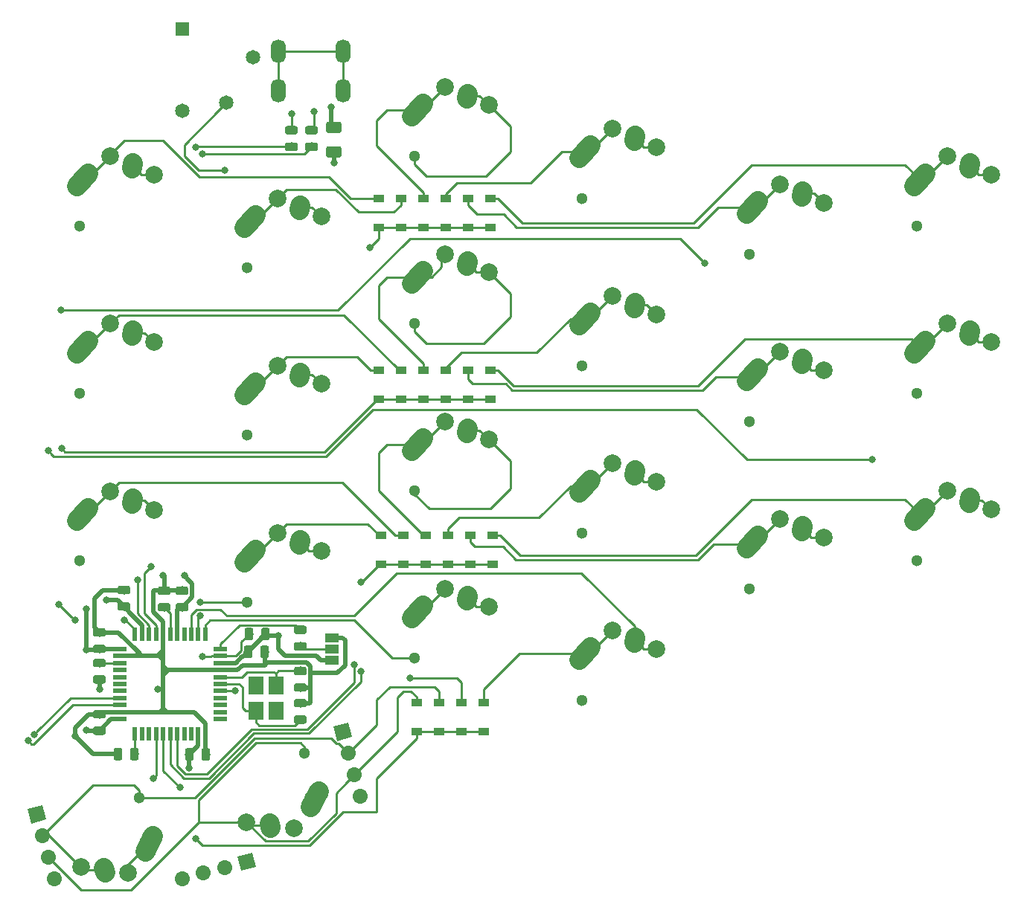
<source format=gbl>
G04 #@! TF.GenerationSoftware,KiCad,Pcbnew,(5.1.4)-1*
G04 #@! TF.CreationDate,2022-01-24T16:56:21-05:00*
G04 #@! TF.ProjectId,a44key-pcb,6134346b-6579-42d7-9063-622e6b696361,rev?*
G04 #@! TF.SameCoordinates,Original*
G04 #@! TF.FileFunction,Copper,L2,Bot*
G04 #@! TF.FilePolarity,Positive*
%FSLAX46Y46*%
G04 Gerber Fmt 4.6, Leading zero omitted, Abs format (unit mm)*
G04 Created by KiCad (PCBNEW (5.1.4)-1) date 2022-01-24 16:56:21*
%MOMM*%
%LPD*%
G04 APERTURE LIST*
%ADD10R,1.500000X1.000000*%
%ADD11C,2.000000*%
%ADD12C,2.250000*%
%ADD13C,2.250000*%
%ADD14C,1.300000*%
%ADD15C,1.700000*%
%ADD16C,1.700000*%
%ADD17C,0.100000*%
%ADD18C,0.975000*%
%ADD19R,1.500000X0.550000*%
%ADD20R,0.550000X1.500000*%
%ADD21O,1.700000X2.700000*%
%ADD22R,1.200000X0.900000*%
%ADD23R,1.800000X2.100000*%
%ADD24C,1.250000*%
%ADD25R,1.650000X1.650000*%
%ADD26C,1.650000*%
%ADD27C,0.800000*%
%ADD28C,0.500000*%
%ADD29C,0.254000*%
G04 APERTURE END LIST*
D10*
X120142000Y-121666000D03*
X120142000Y-120366000D03*
X120142000Y-119066000D03*
D11*
X113982500Y-88080000D03*
X118982500Y-90180001D03*
D12*
X116507500Y-89130000D03*
D13*
X116487729Y-89420016D02*
X116527271Y-88839984D01*
D12*
X110832500Y-90705000D03*
D13*
X110177505Y-91435004D02*
X111487495Y-89974996D01*
D14*
X110553500Y-96012000D03*
D11*
X190182500Y-102367500D03*
X195182500Y-104467501D03*
D12*
X192707500Y-103417500D03*
D13*
X192687729Y-103707516D02*
X192727271Y-103127484D01*
D12*
X187032500Y-104992500D03*
D13*
X186377505Y-105722504D02*
X187687495Y-104262496D01*
D14*
X186753500Y-110299500D03*
D11*
X190182500Y-83317500D03*
X195182500Y-85417501D03*
D12*
X192707500Y-84367500D03*
D13*
X192687729Y-84657516D02*
X192727271Y-84077484D01*
D12*
X187032500Y-85942500D03*
D13*
X186377505Y-86672504D02*
X187687495Y-85212496D01*
D14*
X186753500Y-91249500D03*
X117086239Y-132247126D03*
D12*
X118190299Y-137445505D03*
D13*
X118634037Y-136570850D02*
X117746561Y-138320160D01*
D12*
X113116310Y-140435636D03*
D13*
X113060346Y-140150385D02*
X113172274Y-140720887D01*
D11*
X110453883Y-140061990D03*
X115827032Y-140796340D03*
D15*
X88586201Y-146552355D03*
D16*
X88586201Y-146552355D02*
X88586201Y-146552355D01*
D15*
X87928801Y-144098903D03*
D16*
X87928801Y-144098903D02*
X87928801Y-144098903D01*
D15*
X87271400Y-141645452D03*
D16*
X87271400Y-141645452D02*
X87271400Y-141645452D01*
D15*
X86614000Y-139192000D03*
D17*
G36*
X86012959Y-140233033D02*
G01*
X85572967Y-138590959D01*
X87215041Y-138150967D01*
X87655033Y-139793041D01*
X86012959Y-140233033D01*
X86012959Y-140233033D01*
G37*
G36*
X117066142Y-117702174D02*
G01*
X117089803Y-117705684D01*
X117113007Y-117711496D01*
X117135529Y-117719554D01*
X117157153Y-117729782D01*
X117177670Y-117742079D01*
X117196883Y-117756329D01*
X117214607Y-117772393D01*
X117230671Y-117790117D01*
X117244921Y-117809330D01*
X117257218Y-117829847D01*
X117267446Y-117851471D01*
X117275504Y-117873993D01*
X117281316Y-117897197D01*
X117284826Y-117920858D01*
X117286000Y-117944750D01*
X117286000Y-118432250D01*
X117284826Y-118456142D01*
X117281316Y-118479803D01*
X117275504Y-118503007D01*
X117267446Y-118525529D01*
X117257218Y-118547153D01*
X117244921Y-118567670D01*
X117230671Y-118586883D01*
X117214607Y-118604607D01*
X117196883Y-118620671D01*
X117177670Y-118634921D01*
X117157153Y-118647218D01*
X117135529Y-118657446D01*
X117113007Y-118665504D01*
X117089803Y-118671316D01*
X117066142Y-118674826D01*
X117042250Y-118676000D01*
X116129750Y-118676000D01*
X116105858Y-118674826D01*
X116082197Y-118671316D01*
X116058993Y-118665504D01*
X116036471Y-118657446D01*
X116014847Y-118647218D01*
X115994330Y-118634921D01*
X115975117Y-118620671D01*
X115957393Y-118604607D01*
X115941329Y-118586883D01*
X115927079Y-118567670D01*
X115914782Y-118547153D01*
X115904554Y-118525529D01*
X115896496Y-118503007D01*
X115890684Y-118479803D01*
X115887174Y-118456142D01*
X115886000Y-118432250D01*
X115886000Y-117944750D01*
X115887174Y-117920858D01*
X115890684Y-117897197D01*
X115896496Y-117873993D01*
X115904554Y-117851471D01*
X115914782Y-117829847D01*
X115927079Y-117809330D01*
X115941329Y-117790117D01*
X115957393Y-117772393D01*
X115975117Y-117756329D01*
X115994330Y-117742079D01*
X116014847Y-117729782D01*
X116036471Y-117719554D01*
X116058993Y-117711496D01*
X116082197Y-117705684D01*
X116105858Y-117702174D01*
X116129750Y-117701000D01*
X117042250Y-117701000D01*
X117066142Y-117702174D01*
X117066142Y-117702174D01*
G37*
D18*
X116586000Y-118188500D03*
D17*
G36*
X117066142Y-119577174D02*
G01*
X117089803Y-119580684D01*
X117113007Y-119586496D01*
X117135529Y-119594554D01*
X117157153Y-119604782D01*
X117177670Y-119617079D01*
X117196883Y-119631329D01*
X117214607Y-119647393D01*
X117230671Y-119665117D01*
X117244921Y-119684330D01*
X117257218Y-119704847D01*
X117267446Y-119726471D01*
X117275504Y-119748993D01*
X117281316Y-119772197D01*
X117284826Y-119795858D01*
X117286000Y-119819750D01*
X117286000Y-120307250D01*
X117284826Y-120331142D01*
X117281316Y-120354803D01*
X117275504Y-120378007D01*
X117267446Y-120400529D01*
X117257218Y-120422153D01*
X117244921Y-120442670D01*
X117230671Y-120461883D01*
X117214607Y-120479607D01*
X117196883Y-120495671D01*
X117177670Y-120509921D01*
X117157153Y-120522218D01*
X117135529Y-120532446D01*
X117113007Y-120540504D01*
X117089803Y-120546316D01*
X117066142Y-120549826D01*
X117042250Y-120551000D01*
X116129750Y-120551000D01*
X116105858Y-120549826D01*
X116082197Y-120546316D01*
X116058993Y-120540504D01*
X116036471Y-120532446D01*
X116014847Y-120522218D01*
X115994330Y-120509921D01*
X115975117Y-120495671D01*
X115957393Y-120479607D01*
X115941329Y-120461883D01*
X115927079Y-120442670D01*
X115914782Y-120422153D01*
X115904554Y-120400529D01*
X115896496Y-120378007D01*
X115890684Y-120354803D01*
X115887174Y-120331142D01*
X115886000Y-120307250D01*
X115886000Y-119819750D01*
X115887174Y-119795858D01*
X115890684Y-119772197D01*
X115896496Y-119748993D01*
X115904554Y-119726471D01*
X115914782Y-119704847D01*
X115927079Y-119684330D01*
X115941329Y-119665117D01*
X115957393Y-119647393D01*
X115975117Y-119631329D01*
X115994330Y-119617079D01*
X116014847Y-119604782D01*
X116036471Y-119594554D01*
X116058993Y-119586496D01*
X116082197Y-119580684D01*
X116105858Y-119577174D01*
X116129750Y-119576000D01*
X117042250Y-119576000D01*
X117066142Y-119577174D01*
X117066142Y-119577174D01*
G37*
D18*
X116586000Y-120063500D03*
D17*
G36*
X94206142Y-121465674D02*
G01*
X94229803Y-121469184D01*
X94253007Y-121474996D01*
X94275529Y-121483054D01*
X94297153Y-121493282D01*
X94317670Y-121505579D01*
X94336883Y-121519829D01*
X94354607Y-121535893D01*
X94370671Y-121553617D01*
X94384921Y-121572830D01*
X94397218Y-121593347D01*
X94407446Y-121614971D01*
X94415504Y-121637493D01*
X94421316Y-121660697D01*
X94424826Y-121684358D01*
X94426000Y-121708250D01*
X94426000Y-122195750D01*
X94424826Y-122219642D01*
X94421316Y-122243303D01*
X94415504Y-122266507D01*
X94407446Y-122289029D01*
X94397218Y-122310653D01*
X94384921Y-122331170D01*
X94370671Y-122350383D01*
X94354607Y-122368107D01*
X94336883Y-122384171D01*
X94317670Y-122398421D01*
X94297153Y-122410718D01*
X94275529Y-122420946D01*
X94253007Y-122429004D01*
X94229803Y-122434816D01*
X94206142Y-122438326D01*
X94182250Y-122439500D01*
X93269750Y-122439500D01*
X93245858Y-122438326D01*
X93222197Y-122434816D01*
X93198993Y-122429004D01*
X93176471Y-122420946D01*
X93154847Y-122410718D01*
X93134330Y-122398421D01*
X93115117Y-122384171D01*
X93097393Y-122368107D01*
X93081329Y-122350383D01*
X93067079Y-122331170D01*
X93054782Y-122310653D01*
X93044554Y-122289029D01*
X93036496Y-122266507D01*
X93030684Y-122243303D01*
X93027174Y-122219642D01*
X93026000Y-122195750D01*
X93026000Y-121708250D01*
X93027174Y-121684358D01*
X93030684Y-121660697D01*
X93036496Y-121637493D01*
X93044554Y-121614971D01*
X93054782Y-121593347D01*
X93067079Y-121572830D01*
X93081329Y-121553617D01*
X93097393Y-121535893D01*
X93115117Y-121519829D01*
X93134330Y-121505579D01*
X93154847Y-121493282D01*
X93176471Y-121483054D01*
X93198993Y-121474996D01*
X93222197Y-121469184D01*
X93245858Y-121465674D01*
X93269750Y-121464500D01*
X94182250Y-121464500D01*
X94206142Y-121465674D01*
X94206142Y-121465674D01*
G37*
D18*
X93726000Y-121952000D03*
D17*
G36*
X94206142Y-123340674D02*
G01*
X94229803Y-123344184D01*
X94253007Y-123349996D01*
X94275529Y-123358054D01*
X94297153Y-123368282D01*
X94317670Y-123380579D01*
X94336883Y-123394829D01*
X94354607Y-123410893D01*
X94370671Y-123428617D01*
X94384921Y-123447830D01*
X94397218Y-123468347D01*
X94407446Y-123489971D01*
X94415504Y-123512493D01*
X94421316Y-123535697D01*
X94424826Y-123559358D01*
X94426000Y-123583250D01*
X94426000Y-124070750D01*
X94424826Y-124094642D01*
X94421316Y-124118303D01*
X94415504Y-124141507D01*
X94407446Y-124164029D01*
X94397218Y-124185653D01*
X94384921Y-124206170D01*
X94370671Y-124225383D01*
X94354607Y-124243107D01*
X94336883Y-124259171D01*
X94317670Y-124273421D01*
X94297153Y-124285718D01*
X94275529Y-124295946D01*
X94253007Y-124304004D01*
X94229803Y-124309816D01*
X94206142Y-124313326D01*
X94182250Y-124314500D01*
X93269750Y-124314500D01*
X93245858Y-124313326D01*
X93222197Y-124309816D01*
X93198993Y-124304004D01*
X93176471Y-124295946D01*
X93154847Y-124285718D01*
X93134330Y-124273421D01*
X93115117Y-124259171D01*
X93097393Y-124243107D01*
X93081329Y-124225383D01*
X93067079Y-124206170D01*
X93054782Y-124185653D01*
X93044554Y-124164029D01*
X93036496Y-124141507D01*
X93030684Y-124118303D01*
X93027174Y-124094642D01*
X93026000Y-124070750D01*
X93026000Y-123583250D01*
X93027174Y-123559358D01*
X93030684Y-123535697D01*
X93036496Y-123512493D01*
X93044554Y-123489971D01*
X93054782Y-123468347D01*
X93067079Y-123447830D01*
X93081329Y-123428617D01*
X93097393Y-123410893D01*
X93115117Y-123394829D01*
X93134330Y-123380579D01*
X93154847Y-123368282D01*
X93176471Y-123358054D01*
X93198993Y-123349996D01*
X93222197Y-123344184D01*
X93245858Y-123340674D01*
X93269750Y-123339500D01*
X94182250Y-123339500D01*
X94206142Y-123340674D01*
X94206142Y-123340674D01*
G37*
D18*
X93726000Y-123827000D03*
D17*
G36*
X103604142Y-113240674D02*
G01*
X103627803Y-113244184D01*
X103651007Y-113249996D01*
X103673529Y-113258054D01*
X103695153Y-113268282D01*
X103715670Y-113280579D01*
X103734883Y-113294829D01*
X103752607Y-113310893D01*
X103768671Y-113328617D01*
X103782921Y-113347830D01*
X103795218Y-113368347D01*
X103805446Y-113389971D01*
X103813504Y-113412493D01*
X103819316Y-113435697D01*
X103822826Y-113459358D01*
X103824000Y-113483250D01*
X103824000Y-113970750D01*
X103822826Y-113994642D01*
X103819316Y-114018303D01*
X103813504Y-114041507D01*
X103805446Y-114064029D01*
X103795218Y-114085653D01*
X103782921Y-114106170D01*
X103768671Y-114125383D01*
X103752607Y-114143107D01*
X103734883Y-114159171D01*
X103715670Y-114173421D01*
X103695153Y-114185718D01*
X103673529Y-114195946D01*
X103651007Y-114204004D01*
X103627803Y-114209816D01*
X103604142Y-114213326D01*
X103580250Y-114214500D01*
X102667750Y-114214500D01*
X102643858Y-114213326D01*
X102620197Y-114209816D01*
X102596993Y-114204004D01*
X102574471Y-114195946D01*
X102552847Y-114185718D01*
X102532330Y-114173421D01*
X102513117Y-114159171D01*
X102495393Y-114143107D01*
X102479329Y-114125383D01*
X102465079Y-114106170D01*
X102452782Y-114085653D01*
X102442554Y-114064029D01*
X102434496Y-114041507D01*
X102428684Y-114018303D01*
X102425174Y-113994642D01*
X102424000Y-113970750D01*
X102424000Y-113483250D01*
X102425174Y-113459358D01*
X102428684Y-113435697D01*
X102434496Y-113412493D01*
X102442554Y-113389971D01*
X102452782Y-113368347D01*
X102465079Y-113347830D01*
X102479329Y-113328617D01*
X102495393Y-113310893D01*
X102513117Y-113294829D01*
X102532330Y-113280579D01*
X102552847Y-113268282D01*
X102574471Y-113258054D01*
X102596993Y-113249996D01*
X102620197Y-113244184D01*
X102643858Y-113240674D01*
X102667750Y-113239500D01*
X103580250Y-113239500D01*
X103604142Y-113240674D01*
X103604142Y-113240674D01*
G37*
D18*
X103124000Y-113727000D03*
D17*
G36*
X103604142Y-115115674D02*
G01*
X103627803Y-115119184D01*
X103651007Y-115124996D01*
X103673529Y-115133054D01*
X103695153Y-115143282D01*
X103715670Y-115155579D01*
X103734883Y-115169829D01*
X103752607Y-115185893D01*
X103768671Y-115203617D01*
X103782921Y-115222830D01*
X103795218Y-115243347D01*
X103805446Y-115264971D01*
X103813504Y-115287493D01*
X103819316Y-115310697D01*
X103822826Y-115334358D01*
X103824000Y-115358250D01*
X103824000Y-115845750D01*
X103822826Y-115869642D01*
X103819316Y-115893303D01*
X103813504Y-115916507D01*
X103805446Y-115939029D01*
X103795218Y-115960653D01*
X103782921Y-115981170D01*
X103768671Y-116000383D01*
X103752607Y-116018107D01*
X103734883Y-116034171D01*
X103715670Y-116048421D01*
X103695153Y-116060718D01*
X103673529Y-116070946D01*
X103651007Y-116079004D01*
X103627803Y-116084816D01*
X103604142Y-116088326D01*
X103580250Y-116089500D01*
X102667750Y-116089500D01*
X102643858Y-116088326D01*
X102620197Y-116084816D01*
X102596993Y-116079004D01*
X102574471Y-116070946D01*
X102552847Y-116060718D01*
X102532330Y-116048421D01*
X102513117Y-116034171D01*
X102495393Y-116018107D01*
X102479329Y-116000383D01*
X102465079Y-115981170D01*
X102452782Y-115960653D01*
X102442554Y-115939029D01*
X102434496Y-115916507D01*
X102428684Y-115893303D01*
X102425174Y-115869642D01*
X102424000Y-115845750D01*
X102424000Y-115358250D01*
X102425174Y-115334358D01*
X102428684Y-115310697D01*
X102434496Y-115287493D01*
X102442554Y-115264971D01*
X102452782Y-115243347D01*
X102465079Y-115222830D01*
X102479329Y-115203617D01*
X102495393Y-115185893D01*
X102513117Y-115169829D01*
X102532330Y-115155579D01*
X102552847Y-115143282D01*
X102574471Y-115133054D01*
X102596993Y-115124996D01*
X102620197Y-115119184D01*
X102643858Y-115115674D01*
X102667750Y-115114500D01*
X103580250Y-115114500D01*
X103604142Y-115115674D01*
X103604142Y-115115674D01*
G37*
D18*
X103124000Y-115602000D03*
D19*
X96078000Y-120350000D03*
X96078000Y-121150000D03*
X96078000Y-121950000D03*
X96078000Y-122750000D03*
X96078000Y-123550000D03*
X96078000Y-124350000D03*
X96078000Y-125150000D03*
X96078000Y-125950000D03*
X96078000Y-126750000D03*
X96078000Y-127550000D03*
X96078000Y-128350000D03*
D20*
X97778000Y-130050000D03*
X98578000Y-130050000D03*
X99378000Y-130050000D03*
X100178000Y-130050000D03*
X100978000Y-130050000D03*
X101778000Y-130050000D03*
X102578000Y-130050000D03*
X103378000Y-130050000D03*
X104178000Y-130050000D03*
X104978000Y-130050000D03*
X105778000Y-130050000D03*
D19*
X107478000Y-128350000D03*
X107478000Y-127550000D03*
X107478000Y-126750000D03*
X107478000Y-125950000D03*
X107478000Y-125150000D03*
X107478000Y-124350000D03*
X107478000Y-123550000D03*
X107478000Y-122750000D03*
X107478000Y-121950000D03*
X107478000Y-121150000D03*
X107478000Y-120350000D03*
D20*
X105778000Y-118650000D03*
X104978000Y-118650000D03*
X104178000Y-118650000D03*
X103378000Y-118650000D03*
X102578000Y-118650000D03*
X101778000Y-118650000D03*
X100978000Y-118650000D03*
X100178000Y-118650000D03*
X99378000Y-118650000D03*
X98578000Y-118650000D03*
X97778000Y-118650000D03*
D17*
G36*
X106107142Y-131667174D02*
G01*
X106130803Y-131670684D01*
X106154007Y-131676496D01*
X106176529Y-131684554D01*
X106198153Y-131694782D01*
X106218670Y-131707079D01*
X106237883Y-131721329D01*
X106255607Y-131737393D01*
X106271671Y-131755117D01*
X106285921Y-131774330D01*
X106298218Y-131794847D01*
X106308446Y-131816471D01*
X106316504Y-131838993D01*
X106322316Y-131862197D01*
X106325826Y-131885858D01*
X106327000Y-131909750D01*
X106327000Y-132822250D01*
X106325826Y-132846142D01*
X106322316Y-132869803D01*
X106316504Y-132893007D01*
X106308446Y-132915529D01*
X106298218Y-132937153D01*
X106285921Y-132957670D01*
X106271671Y-132976883D01*
X106255607Y-132994607D01*
X106237883Y-133010671D01*
X106218670Y-133024921D01*
X106198153Y-133037218D01*
X106176529Y-133047446D01*
X106154007Y-133055504D01*
X106130803Y-133061316D01*
X106107142Y-133064826D01*
X106083250Y-133066000D01*
X105595750Y-133066000D01*
X105571858Y-133064826D01*
X105548197Y-133061316D01*
X105524993Y-133055504D01*
X105502471Y-133047446D01*
X105480847Y-133037218D01*
X105460330Y-133024921D01*
X105441117Y-133010671D01*
X105423393Y-132994607D01*
X105407329Y-132976883D01*
X105393079Y-132957670D01*
X105380782Y-132937153D01*
X105370554Y-132915529D01*
X105362496Y-132893007D01*
X105356684Y-132869803D01*
X105353174Y-132846142D01*
X105352000Y-132822250D01*
X105352000Y-131909750D01*
X105353174Y-131885858D01*
X105356684Y-131862197D01*
X105362496Y-131838993D01*
X105370554Y-131816471D01*
X105380782Y-131794847D01*
X105393079Y-131774330D01*
X105407329Y-131755117D01*
X105423393Y-131737393D01*
X105441117Y-131721329D01*
X105460330Y-131707079D01*
X105480847Y-131694782D01*
X105502471Y-131684554D01*
X105524993Y-131676496D01*
X105548197Y-131670684D01*
X105571858Y-131667174D01*
X105595750Y-131666000D01*
X106083250Y-131666000D01*
X106107142Y-131667174D01*
X106107142Y-131667174D01*
G37*
D18*
X105839500Y-132366000D03*
D17*
G36*
X104232142Y-131667174D02*
G01*
X104255803Y-131670684D01*
X104279007Y-131676496D01*
X104301529Y-131684554D01*
X104323153Y-131694782D01*
X104343670Y-131707079D01*
X104362883Y-131721329D01*
X104380607Y-131737393D01*
X104396671Y-131755117D01*
X104410921Y-131774330D01*
X104423218Y-131794847D01*
X104433446Y-131816471D01*
X104441504Y-131838993D01*
X104447316Y-131862197D01*
X104450826Y-131885858D01*
X104452000Y-131909750D01*
X104452000Y-132822250D01*
X104450826Y-132846142D01*
X104447316Y-132869803D01*
X104441504Y-132893007D01*
X104433446Y-132915529D01*
X104423218Y-132937153D01*
X104410921Y-132957670D01*
X104396671Y-132976883D01*
X104380607Y-132994607D01*
X104362883Y-133010671D01*
X104343670Y-133024921D01*
X104323153Y-133037218D01*
X104301529Y-133047446D01*
X104279007Y-133055504D01*
X104255803Y-133061316D01*
X104232142Y-133064826D01*
X104208250Y-133066000D01*
X103720750Y-133066000D01*
X103696858Y-133064826D01*
X103673197Y-133061316D01*
X103649993Y-133055504D01*
X103627471Y-133047446D01*
X103605847Y-133037218D01*
X103585330Y-133024921D01*
X103566117Y-133010671D01*
X103548393Y-132994607D01*
X103532329Y-132976883D01*
X103518079Y-132957670D01*
X103505782Y-132937153D01*
X103495554Y-132915529D01*
X103487496Y-132893007D01*
X103481684Y-132869803D01*
X103478174Y-132846142D01*
X103477000Y-132822250D01*
X103477000Y-131909750D01*
X103478174Y-131885858D01*
X103481684Y-131862197D01*
X103487496Y-131838993D01*
X103495554Y-131816471D01*
X103505782Y-131794847D01*
X103518079Y-131774330D01*
X103532329Y-131755117D01*
X103548393Y-131737393D01*
X103566117Y-131721329D01*
X103585330Y-131707079D01*
X103605847Y-131694782D01*
X103627471Y-131684554D01*
X103649993Y-131676496D01*
X103673197Y-131670684D01*
X103696858Y-131667174D01*
X103720750Y-131666000D01*
X104208250Y-131666000D01*
X104232142Y-131667174D01*
X104232142Y-131667174D01*
G37*
D18*
X103964500Y-132366000D03*
D15*
X123384201Y-137154355D03*
D16*
X123384201Y-137154355D02*
X123384201Y-137154355D01*
D15*
X122726801Y-134700903D03*
D16*
X122726801Y-134700903D02*
X122726801Y-134700903D01*
D15*
X122069400Y-132247452D03*
D16*
X122069400Y-132247452D02*
X122069400Y-132247452D01*
D15*
X121412000Y-129794000D03*
D17*
G36*
X120810959Y-130835033D02*
G01*
X120370967Y-129192959D01*
X122013041Y-128752967D01*
X122453033Y-130395041D01*
X120810959Y-130835033D01*
X120810959Y-130835033D01*
G37*
D15*
X103124000Y-146558000D03*
D16*
X103124000Y-146558000D02*
X103124000Y-146558000D01*
D15*
X105577452Y-145900600D03*
D16*
X105577452Y-145900600D02*
X105577452Y-145900600D01*
D15*
X108030903Y-145243199D03*
D16*
X108030903Y-145243199D02*
X108030903Y-145243199D01*
D15*
X110484355Y-144585799D03*
D17*
G36*
X109443322Y-143984758D02*
G01*
X111085396Y-143544766D01*
X111525388Y-145186840D01*
X109883314Y-145626832D01*
X109443322Y-143984758D01*
X109443322Y-143984758D01*
G37*
D21*
X121412000Y-52324000D03*
X114112000Y-52324000D03*
X114112000Y-56824000D03*
X121412000Y-56824000D03*
D17*
G36*
X117066142Y-126037674D02*
G01*
X117089803Y-126041184D01*
X117113007Y-126046996D01*
X117135529Y-126055054D01*
X117157153Y-126065282D01*
X117177670Y-126077579D01*
X117196883Y-126091829D01*
X117214607Y-126107893D01*
X117230671Y-126125617D01*
X117244921Y-126144830D01*
X117257218Y-126165347D01*
X117267446Y-126186971D01*
X117275504Y-126209493D01*
X117281316Y-126232697D01*
X117284826Y-126256358D01*
X117286000Y-126280250D01*
X117286000Y-126767750D01*
X117284826Y-126791642D01*
X117281316Y-126815303D01*
X117275504Y-126838507D01*
X117267446Y-126861029D01*
X117257218Y-126882653D01*
X117244921Y-126903170D01*
X117230671Y-126922383D01*
X117214607Y-126940107D01*
X117196883Y-126956171D01*
X117177670Y-126970421D01*
X117157153Y-126982718D01*
X117135529Y-126992946D01*
X117113007Y-127001004D01*
X117089803Y-127006816D01*
X117066142Y-127010326D01*
X117042250Y-127011500D01*
X116129750Y-127011500D01*
X116105858Y-127010326D01*
X116082197Y-127006816D01*
X116058993Y-127001004D01*
X116036471Y-126992946D01*
X116014847Y-126982718D01*
X115994330Y-126970421D01*
X115975117Y-126956171D01*
X115957393Y-126940107D01*
X115941329Y-126922383D01*
X115927079Y-126903170D01*
X115914782Y-126882653D01*
X115904554Y-126861029D01*
X115896496Y-126838507D01*
X115890684Y-126815303D01*
X115887174Y-126791642D01*
X115886000Y-126767750D01*
X115886000Y-126280250D01*
X115887174Y-126256358D01*
X115890684Y-126232697D01*
X115896496Y-126209493D01*
X115904554Y-126186971D01*
X115914782Y-126165347D01*
X115927079Y-126144830D01*
X115941329Y-126125617D01*
X115957393Y-126107893D01*
X115975117Y-126091829D01*
X115994330Y-126077579D01*
X116014847Y-126065282D01*
X116036471Y-126055054D01*
X116058993Y-126046996D01*
X116082197Y-126041184D01*
X116105858Y-126037674D01*
X116129750Y-126036500D01*
X117042250Y-126036500D01*
X117066142Y-126037674D01*
X117066142Y-126037674D01*
G37*
D18*
X116586000Y-126524000D03*
D17*
G36*
X117066142Y-127912674D02*
G01*
X117089803Y-127916184D01*
X117113007Y-127921996D01*
X117135529Y-127930054D01*
X117157153Y-127940282D01*
X117177670Y-127952579D01*
X117196883Y-127966829D01*
X117214607Y-127982893D01*
X117230671Y-128000617D01*
X117244921Y-128019830D01*
X117257218Y-128040347D01*
X117267446Y-128061971D01*
X117275504Y-128084493D01*
X117281316Y-128107697D01*
X117284826Y-128131358D01*
X117286000Y-128155250D01*
X117286000Y-128642750D01*
X117284826Y-128666642D01*
X117281316Y-128690303D01*
X117275504Y-128713507D01*
X117267446Y-128736029D01*
X117257218Y-128757653D01*
X117244921Y-128778170D01*
X117230671Y-128797383D01*
X117214607Y-128815107D01*
X117196883Y-128831171D01*
X117177670Y-128845421D01*
X117157153Y-128857718D01*
X117135529Y-128867946D01*
X117113007Y-128876004D01*
X117089803Y-128881816D01*
X117066142Y-128885326D01*
X117042250Y-128886500D01*
X116129750Y-128886500D01*
X116105858Y-128885326D01*
X116082197Y-128881816D01*
X116058993Y-128876004D01*
X116036471Y-128867946D01*
X116014847Y-128857718D01*
X115994330Y-128845421D01*
X115975117Y-128831171D01*
X115957393Y-128815107D01*
X115941329Y-128797383D01*
X115927079Y-128778170D01*
X115914782Y-128757653D01*
X115904554Y-128736029D01*
X115896496Y-128713507D01*
X115890684Y-128690303D01*
X115887174Y-128666642D01*
X115886000Y-128642750D01*
X115886000Y-128155250D01*
X115887174Y-128131358D01*
X115890684Y-128107697D01*
X115896496Y-128084493D01*
X115904554Y-128061971D01*
X115914782Y-128040347D01*
X115927079Y-128019830D01*
X115941329Y-128000617D01*
X115957393Y-127982893D01*
X115975117Y-127966829D01*
X115994330Y-127952579D01*
X116014847Y-127940282D01*
X116036471Y-127930054D01*
X116058993Y-127921996D01*
X116082197Y-127916184D01*
X116105858Y-127912674D01*
X116129750Y-127911500D01*
X117042250Y-127911500D01*
X117066142Y-127912674D01*
X117066142Y-127912674D01*
G37*
D18*
X116586000Y-128399000D03*
D17*
G36*
X97979142Y-131635174D02*
G01*
X98002803Y-131638684D01*
X98026007Y-131644496D01*
X98048529Y-131652554D01*
X98070153Y-131662782D01*
X98090670Y-131675079D01*
X98109883Y-131689329D01*
X98127607Y-131705393D01*
X98143671Y-131723117D01*
X98157921Y-131742330D01*
X98170218Y-131762847D01*
X98180446Y-131784471D01*
X98188504Y-131806993D01*
X98194316Y-131830197D01*
X98197826Y-131853858D01*
X98199000Y-131877750D01*
X98199000Y-132790250D01*
X98197826Y-132814142D01*
X98194316Y-132837803D01*
X98188504Y-132861007D01*
X98180446Y-132883529D01*
X98170218Y-132905153D01*
X98157921Y-132925670D01*
X98143671Y-132944883D01*
X98127607Y-132962607D01*
X98109883Y-132978671D01*
X98090670Y-132992921D01*
X98070153Y-133005218D01*
X98048529Y-133015446D01*
X98026007Y-133023504D01*
X98002803Y-133029316D01*
X97979142Y-133032826D01*
X97955250Y-133034000D01*
X97467750Y-133034000D01*
X97443858Y-133032826D01*
X97420197Y-133029316D01*
X97396993Y-133023504D01*
X97374471Y-133015446D01*
X97352847Y-133005218D01*
X97332330Y-132992921D01*
X97313117Y-132978671D01*
X97295393Y-132962607D01*
X97279329Y-132944883D01*
X97265079Y-132925670D01*
X97252782Y-132905153D01*
X97242554Y-132883529D01*
X97234496Y-132861007D01*
X97228684Y-132837803D01*
X97225174Y-132814142D01*
X97224000Y-132790250D01*
X97224000Y-131877750D01*
X97225174Y-131853858D01*
X97228684Y-131830197D01*
X97234496Y-131806993D01*
X97242554Y-131784471D01*
X97252782Y-131762847D01*
X97265079Y-131742330D01*
X97279329Y-131723117D01*
X97295393Y-131705393D01*
X97313117Y-131689329D01*
X97332330Y-131675079D01*
X97352847Y-131662782D01*
X97374471Y-131652554D01*
X97396993Y-131644496D01*
X97420197Y-131638684D01*
X97443858Y-131635174D01*
X97467750Y-131634000D01*
X97955250Y-131634000D01*
X97979142Y-131635174D01*
X97979142Y-131635174D01*
G37*
D18*
X97711500Y-132334000D03*
D17*
G36*
X96104142Y-131635174D02*
G01*
X96127803Y-131638684D01*
X96151007Y-131644496D01*
X96173529Y-131652554D01*
X96195153Y-131662782D01*
X96215670Y-131675079D01*
X96234883Y-131689329D01*
X96252607Y-131705393D01*
X96268671Y-131723117D01*
X96282921Y-131742330D01*
X96295218Y-131762847D01*
X96305446Y-131784471D01*
X96313504Y-131806993D01*
X96319316Y-131830197D01*
X96322826Y-131853858D01*
X96324000Y-131877750D01*
X96324000Y-132790250D01*
X96322826Y-132814142D01*
X96319316Y-132837803D01*
X96313504Y-132861007D01*
X96305446Y-132883529D01*
X96295218Y-132905153D01*
X96282921Y-132925670D01*
X96268671Y-132944883D01*
X96252607Y-132962607D01*
X96234883Y-132978671D01*
X96215670Y-132992921D01*
X96195153Y-133005218D01*
X96173529Y-133015446D01*
X96151007Y-133023504D01*
X96127803Y-133029316D01*
X96104142Y-133032826D01*
X96080250Y-133034000D01*
X95592750Y-133034000D01*
X95568858Y-133032826D01*
X95545197Y-133029316D01*
X95521993Y-133023504D01*
X95499471Y-133015446D01*
X95477847Y-133005218D01*
X95457330Y-132992921D01*
X95438117Y-132978671D01*
X95420393Y-132962607D01*
X95404329Y-132944883D01*
X95390079Y-132925670D01*
X95377782Y-132905153D01*
X95367554Y-132883529D01*
X95359496Y-132861007D01*
X95353684Y-132837803D01*
X95350174Y-132814142D01*
X95349000Y-132790250D01*
X95349000Y-131877750D01*
X95350174Y-131853858D01*
X95353684Y-131830197D01*
X95359496Y-131806993D01*
X95367554Y-131784471D01*
X95377782Y-131762847D01*
X95390079Y-131742330D01*
X95404329Y-131723117D01*
X95420393Y-131705393D01*
X95438117Y-131689329D01*
X95457330Y-131675079D01*
X95477847Y-131662782D01*
X95499471Y-131652554D01*
X95521993Y-131644496D01*
X95545197Y-131638684D01*
X95568858Y-131635174D01*
X95592750Y-131634000D01*
X96080250Y-131634000D01*
X96104142Y-131635174D01*
X96104142Y-131635174D01*
G37*
D18*
X95836500Y-132334000D03*
D22*
X132334000Y-126492000D03*
X132334000Y-129792000D03*
X125730000Y-107442000D03*
X125730000Y-110742000D03*
X128270000Y-107442000D03*
X128270000Y-110742000D03*
X129794000Y-126492000D03*
X129794000Y-129792000D03*
X134874000Y-126492000D03*
X134874000Y-129792000D03*
X135890000Y-107442000D03*
X135890000Y-110742000D03*
X138430000Y-107442000D03*
X138430000Y-110742000D03*
X137414000Y-126492000D03*
X137414000Y-129792000D03*
D17*
G36*
X94206142Y-127307674D02*
G01*
X94229803Y-127311184D01*
X94253007Y-127316996D01*
X94275529Y-127325054D01*
X94297153Y-127335282D01*
X94317670Y-127347579D01*
X94336883Y-127361829D01*
X94354607Y-127377893D01*
X94370671Y-127395617D01*
X94384921Y-127414830D01*
X94397218Y-127435347D01*
X94407446Y-127456971D01*
X94415504Y-127479493D01*
X94421316Y-127502697D01*
X94424826Y-127526358D01*
X94426000Y-127550250D01*
X94426000Y-128037750D01*
X94424826Y-128061642D01*
X94421316Y-128085303D01*
X94415504Y-128108507D01*
X94407446Y-128131029D01*
X94397218Y-128152653D01*
X94384921Y-128173170D01*
X94370671Y-128192383D01*
X94354607Y-128210107D01*
X94336883Y-128226171D01*
X94317670Y-128240421D01*
X94297153Y-128252718D01*
X94275529Y-128262946D01*
X94253007Y-128271004D01*
X94229803Y-128276816D01*
X94206142Y-128280326D01*
X94182250Y-128281500D01*
X93269750Y-128281500D01*
X93245858Y-128280326D01*
X93222197Y-128276816D01*
X93198993Y-128271004D01*
X93176471Y-128262946D01*
X93154847Y-128252718D01*
X93134330Y-128240421D01*
X93115117Y-128226171D01*
X93097393Y-128210107D01*
X93081329Y-128192383D01*
X93067079Y-128173170D01*
X93054782Y-128152653D01*
X93044554Y-128131029D01*
X93036496Y-128108507D01*
X93030684Y-128085303D01*
X93027174Y-128061642D01*
X93026000Y-128037750D01*
X93026000Y-127550250D01*
X93027174Y-127526358D01*
X93030684Y-127502697D01*
X93036496Y-127479493D01*
X93044554Y-127456971D01*
X93054782Y-127435347D01*
X93067079Y-127414830D01*
X93081329Y-127395617D01*
X93097393Y-127377893D01*
X93115117Y-127361829D01*
X93134330Y-127347579D01*
X93154847Y-127335282D01*
X93176471Y-127325054D01*
X93198993Y-127316996D01*
X93222197Y-127311184D01*
X93245858Y-127307674D01*
X93269750Y-127306500D01*
X94182250Y-127306500D01*
X94206142Y-127307674D01*
X94206142Y-127307674D01*
G37*
D18*
X93726000Y-127794000D03*
D17*
G36*
X94206142Y-129182674D02*
G01*
X94229803Y-129186184D01*
X94253007Y-129191996D01*
X94275529Y-129200054D01*
X94297153Y-129210282D01*
X94317670Y-129222579D01*
X94336883Y-129236829D01*
X94354607Y-129252893D01*
X94370671Y-129270617D01*
X94384921Y-129289830D01*
X94397218Y-129310347D01*
X94407446Y-129331971D01*
X94415504Y-129354493D01*
X94421316Y-129377697D01*
X94424826Y-129401358D01*
X94426000Y-129425250D01*
X94426000Y-129912750D01*
X94424826Y-129936642D01*
X94421316Y-129960303D01*
X94415504Y-129983507D01*
X94407446Y-130006029D01*
X94397218Y-130027653D01*
X94384921Y-130048170D01*
X94370671Y-130067383D01*
X94354607Y-130085107D01*
X94336883Y-130101171D01*
X94317670Y-130115421D01*
X94297153Y-130127718D01*
X94275529Y-130137946D01*
X94253007Y-130146004D01*
X94229803Y-130151816D01*
X94206142Y-130155326D01*
X94182250Y-130156500D01*
X93269750Y-130156500D01*
X93245858Y-130155326D01*
X93222197Y-130151816D01*
X93198993Y-130146004D01*
X93176471Y-130137946D01*
X93154847Y-130127718D01*
X93134330Y-130115421D01*
X93115117Y-130101171D01*
X93097393Y-130085107D01*
X93081329Y-130067383D01*
X93067079Y-130048170D01*
X93054782Y-130027653D01*
X93044554Y-130006029D01*
X93036496Y-129983507D01*
X93030684Y-129960303D01*
X93027174Y-129936642D01*
X93026000Y-129912750D01*
X93026000Y-129425250D01*
X93027174Y-129401358D01*
X93030684Y-129377697D01*
X93036496Y-129354493D01*
X93044554Y-129331971D01*
X93054782Y-129310347D01*
X93067079Y-129289830D01*
X93081329Y-129270617D01*
X93097393Y-129252893D01*
X93115117Y-129236829D01*
X93134330Y-129222579D01*
X93154847Y-129210282D01*
X93176471Y-129200054D01*
X93198993Y-129191996D01*
X93222197Y-129186184D01*
X93245858Y-129182674D01*
X93269750Y-129181500D01*
X94182250Y-129181500D01*
X94206142Y-129182674D01*
X94206142Y-129182674D01*
G37*
D18*
X93726000Y-129669000D03*
D17*
G36*
X112789642Y-119983174D02*
G01*
X112813303Y-119986684D01*
X112836507Y-119992496D01*
X112859029Y-120000554D01*
X112880653Y-120010782D01*
X112901170Y-120023079D01*
X112920383Y-120037329D01*
X112938107Y-120053393D01*
X112954171Y-120071117D01*
X112968421Y-120090330D01*
X112980718Y-120110847D01*
X112990946Y-120132471D01*
X112999004Y-120154993D01*
X113004816Y-120178197D01*
X113008326Y-120201858D01*
X113009500Y-120225750D01*
X113009500Y-121138250D01*
X113008326Y-121162142D01*
X113004816Y-121185803D01*
X112999004Y-121209007D01*
X112990946Y-121231529D01*
X112980718Y-121253153D01*
X112968421Y-121273670D01*
X112954171Y-121292883D01*
X112938107Y-121310607D01*
X112920383Y-121326671D01*
X112901170Y-121340921D01*
X112880653Y-121353218D01*
X112859029Y-121363446D01*
X112836507Y-121371504D01*
X112813303Y-121377316D01*
X112789642Y-121380826D01*
X112765750Y-121382000D01*
X112278250Y-121382000D01*
X112254358Y-121380826D01*
X112230697Y-121377316D01*
X112207493Y-121371504D01*
X112184971Y-121363446D01*
X112163347Y-121353218D01*
X112142830Y-121340921D01*
X112123617Y-121326671D01*
X112105893Y-121310607D01*
X112089829Y-121292883D01*
X112075579Y-121273670D01*
X112063282Y-121253153D01*
X112053054Y-121231529D01*
X112044996Y-121209007D01*
X112039184Y-121185803D01*
X112035674Y-121162142D01*
X112034500Y-121138250D01*
X112034500Y-120225750D01*
X112035674Y-120201858D01*
X112039184Y-120178197D01*
X112044996Y-120154993D01*
X112053054Y-120132471D01*
X112063282Y-120110847D01*
X112075579Y-120090330D01*
X112089829Y-120071117D01*
X112105893Y-120053393D01*
X112123617Y-120037329D01*
X112142830Y-120023079D01*
X112163347Y-120010782D01*
X112184971Y-120000554D01*
X112207493Y-119992496D01*
X112230697Y-119986684D01*
X112254358Y-119983174D01*
X112278250Y-119982000D01*
X112765750Y-119982000D01*
X112789642Y-119983174D01*
X112789642Y-119983174D01*
G37*
D18*
X112522000Y-120682000D03*
D17*
G36*
X110914642Y-119983174D02*
G01*
X110938303Y-119986684D01*
X110961507Y-119992496D01*
X110984029Y-120000554D01*
X111005653Y-120010782D01*
X111026170Y-120023079D01*
X111045383Y-120037329D01*
X111063107Y-120053393D01*
X111079171Y-120071117D01*
X111093421Y-120090330D01*
X111105718Y-120110847D01*
X111115946Y-120132471D01*
X111124004Y-120154993D01*
X111129816Y-120178197D01*
X111133326Y-120201858D01*
X111134500Y-120225750D01*
X111134500Y-121138250D01*
X111133326Y-121162142D01*
X111129816Y-121185803D01*
X111124004Y-121209007D01*
X111115946Y-121231529D01*
X111105718Y-121253153D01*
X111093421Y-121273670D01*
X111079171Y-121292883D01*
X111063107Y-121310607D01*
X111045383Y-121326671D01*
X111026170Y-121340921D01*
X111005653Y-121353218D01*
X110984029Y-121363446D01*
X110961507Y-121371504D01*
X110938303Y-121377316D01*
X110914642Y-121380826D01*
X110890750Y-121382000D01*
X110403250Y-121382000D01*
X110379358Y-121380826D01*
X110355697Y-121377316D01*
X110332493Y-121371504D01*
X110309971Y-121363446D01*
X110288347Y-121353218D01*
X110267830Y-121340921D01*
X110248617Y-121326671D01*
X110230893Y-121310607D01*
X110214829Y-121292883D01*
X110200579Y-121273670D01*
X110188282Y-121253153D01*
X110178054Y-121231529D01*
X110169996Y-121209007D01*
X110164184Y-121185803D01*
X110160674Y-121162142D01*
X110159500Y-121138250D01*
X110159500Y-120225750D01*
X110160674Y-120201858D01*
X110164184Y-120178197D01*
X110169996Y-120154993D01*
X110178054Y-120132471D01*
X110188282Y-120110847D01*
X110200579Y-120090330D01*
X110214829Y-120071117D01*
X110230893Y-120053393D01*
X110248617Y-120037329D01*
X110267830Y-120023079D01*
X110288347Y-120010782D01*
X110309971Y-120000554D01*
X110332493Y-119992496D01*
X110355697Y-119986684D01*
X110379358Y-119983174D01*
X110403250Y-119982000D01*
X110890750Y-119982000D01*
X110914642Y-119983174D01*
X110914642Y-119983174D01*
G37*
D18*
X110647000Y-120682000D03*
D17*
G36*
X94206142Y-117988174D02*
G01*
X94229803Y-117991684D01*
X94253007Y-117997496D01*
X94275529Y-118005554D01*
X94297153Y-118015782D01*
X94317670Y-118028079D01*
X94336883Y-118042329D01*
X94354607Y-118058393D01*
X94370671Y-118076117D01*
X94384921Y-118095330D01*
X94397218Y-118115847D01*
X94407446Y-118137471D01*
X94415504Y-118159993D01*
X94421316Y-118183197D01*
X94424826Y-118206858D01*
X94426000Y-118230750D01*
X94426000Y-118718250D01*
X94424826Y-118742142D01*
X94421316Y-118765803D01*
X94415504Y-118789007D01*
X94407446Y-118811529D01*
X94397218Y-118833153D01*
X94384921Y-118853670D01*
X94370671Y-118872883D01*
X94354607Y-118890607D01*
X94336883Y-118906671D01*
X94317670Y-118920921D01*
X94297153Y-118933218D01*
X94275529Y-118943446D01*
X94253007Y-118951504D01*
X94229803Y-118957316D01*
X94206142Y-118960826D01*
X94182250Y-118962000D01*
X93269750Y-118962000D01*
X93245858Y-118960826D01*
X93222197Y-118957316D01*
X93198993Y-118951504D01*
X93176471Y-118943446D01*
X93154847Y-118933218D01*
X93134330Y-118920921D01*
X93115117Y-118906671D01*
X93097393Y-118890607D01*
X93081329Y-118872883D01*
X93067079Y-118853670D01*
X93054782Y-118833153D01*
X93044554Y-118811529D01*
X93036496Y-118789007D01*
X93030684Y-118765803D01*
X93027174Y-118742142D01*
X93026000Y-118718250D01*
X93026000Y-118230750D01*
X93027174Y-118206858D01*
X93030684Y-118183197D01*
X93036496Y-118159993D01*
X93044554Y-118137471D01*
X93054782Y-118115847D01*
X93067079Y-118095330D01*
X93081329Y-118076117D01*
X93097393Y-118058393D01*
X93115117Y-118042329D01*
X93134330Y-118028079D01*
X93154847Y-118015782D01*
X93176471Y-118005554D01*
X93198993Y-117997496D01*
X93222197Y-117991684D01*
X93245858Y-117988174D01*
X93269750Y-117987000D01*
X94182250Y-117987000D01*
X94206142Y-117988174D01*
X94206142Y-117988174D01*
G37*
D18*
X93726000Y-118474500D03*
D17*
G36*
X94206142Y-119863174D02*
G01*
X94229803Y-119866684D01*
X94253007Y-119872496D01*
X94275529Y-119880554D01*
X94297153Y-119890782D01*
X94317670Y-119903079D01*
X94336883Y-119917329D01*
X94354607Y-119933393D01*
X94370671Y-119951117D01*
X94384921Y-119970330D01*
X94397218Y-119990847D01*
X94407446Y-120012471D01*
X94415504Y-120034993D01*
X94421316Y-120058197D01*
X94424826Y-120081858D01*
X94426000Y-120105750D01*
X94426000Y-120593250D01*
X94424826Y-120617142D01*
X94421316Y-120640803D01*
X94415504Y-120664007D01*
X94407446Y-120686529D01*
X94397218Y-120708153D01*
X94384921Y-120728670D01*
X94370671Y-120747883D01*
X94354607Y-120765607D01*
X94336883Y-120781671D01*
X94317670Y-120795921D01*
X94297153Y-120808218D01*
X94275529Y-120818446D01*
X94253007Y-120826504D01*
X94229803Y-120832316D01*
X94206142Y-120835826D01*
X94182250Y-120837000D01*
X93269750Y-120837000D01*
X93245858Y-120835826D01*
X93222197Y-120832316D01*
X93198993Y-120826504D01*
X93176471Y-120818446D01*
X93154847Y-120808218D01*
X93134330Y-120795921D01*
X93115117Y-120781671D01*
X93097393Y-120765607D01*
X93081329Y-120747883D01*
X93067079Y-120728670D01*
X93054782Y-120708153D01*
X93044554Y-120686529D01*
X93036496Y-120664007D01*
X93030684Y-120640803D01*
X93027174Y-120617142D01*
X93026000Y-120593250D01*
X93026000Y-120105750D01*
X93027174Y-120081858D01*
X93030684Y-120058197D01*
X93036496Y-120034993D01*
X93044554Y-120012471D01*
X93054782Y-119990847D01*
X93067079Y-119970330D01*
X93081329Y-119951117D01*
X93097393Y-119933393D01*
X93115117Y-119917329D01*
X93134330Y-119903079D01*
X93154847Y-119890782D01*
X93176471Y-119880554D01*
X93198993Y-119872496D01*
X93222197Y-119866684D01*
X93245858Y-119863174D01*
X93269750Y-119862000D01*
X94182250Y-119862000D01*
X94206142Y-119863174D01*
X94206142Y-119863174D01*
G37*
D18*
X93726000Y-120349500D03*
D17*
G36*
X97000142Y-113162174D02*
G01*
X97023803Y-113165684D01*
X97047007Y-113171496D01*
X97069529Y-113179554D01*
X97091153Y-113189782D01*
X97111670Y-113202079D01*
X97130883Y-113216329D01*
X97148607Y-113232393D01*
X97164671Y-113250117D01*
X97178921Y-113269330D01*
X97191218Y-113289847D01*
X97201446Y-113311471D01*
X97209504Y-113333993D01*
X97215316Y-113357197D01*
X97218826Y-113380858D01*
X97220000Y-113404750D01*
X97220000Y-113892250D01*
X97218826Y-113916142D01*
X97215316Y-113939803D01*
X97209504Y-113963007D01*
X97201446Y-113985529D01*
X97191218Y-114007153D01*
X97178921Y-114027670D01*
X97164671Y-114046883D01*
X97148607Y-114064607D01*
X97130883Y-114080671D01*
X97111670Y-114094921D01*
X97091153Y-114107218D01*
X97069529Y-114117446D01*
X97047007Y-114125504D01*
X97023803Y-114131316D01*
X97000142Y-114134826D01*
X96976250Y-114136000D01*
X96063750Y-114136000D01*
X96039858Y-114134826D01*
X96016197Y-114131316D01*
X95992993Y-114125504D01*
X95970471Y-114117446D01*
X95948847Y-114107218D01*
X95928330Y-114094921D01*
X95909117Y-114080671D01*
X95891393Y-114064607D01*
X95875329Y-114046883D01*
X95861079Y-114027670D01*
X95848782Y-114007153D01*
X95838554Y-113985529D01*
X95830496Y-113963007D01*
X95824684Y-113939803D01*
X95821174Y-113916142D01*
X95820000Y-113892250D01*
X95820000Y-113404750D01*
X95821174Y-113380858D01*
X95824684Y-113357197D01*
X95830496Y-113333993D01*
X95838554Y-113311471D01*
X95848782Y-113289847D01*
X95861079Y-113269330D01*
X95875329Y-113250117D01*
X95891393Y-113232393D01*
X95909117Y-113216329D01*
X95928330Y-113202079D01*
X95948847Y-113189782D01*
X95970471Y-113179554D01*
X95992993Y-113171496D01*
X96016197Y-113165684D01*
X96039858Y-113162174D01*
X96063750Y-113161000D01*
X96976250Y-113161000D01*
X97000142Y-113162174D01*
X97000142Y-113162174D01*
G37*
D18*
X96520000Y-113648500D03*
D17*
G36*
X97000142Y-115037174D02*
G01*
X97023803Y-115040684D01*
X97047007Y-115046496D01*
X97069529Y-115054554D01*
X97091153Y-115064782D01*
X97111670Y-115077079D01*
X97130883Y-115091329D01*
X97148607Y-115107393D01*
X97164671Y-115125117D01*
X97178921Y-115144330D01*
X97191218Y-115164847D01*
X97201446Y-115186471D01*
X97209504Y-115208993D01*
X97215316Y-115232197D01*
X97218826Y-115255858D01*
X97220000Y-115279750D01*
X97220000Y-115767250D01*
X97218826Y-115791142D01*
X97215316Y-115814803D01*
X97209504Y-115838007D01*
X97201446Y-115860529D01*
X97191218Y-115882153D01*
X97178921Y-115902670D01*
X97164671Y-115921883D01*
X97148607Y-115939607D01*
X97130883Y-115955671D01*
X97111670Y-115969921D01*
X97091153Y-115982218D01*
X97069529Y-115992446D01*
X97047007Y-116000504D01*
X97023803Y-116006316D01*
X97000142Y-116009826D01*
X96976250Y-116011000D01*
X96063750Y-116011000D01*
X96039858Y-116009826D01*
X96016197Y-116006316D01*
X95992993Y-116000504D01*
X95970471Y-115992446D01*
X95948847Y-115982218D01*
X95928330Y-115969921D01*
X95909117Y-115955671D01*
X95891393Y-115939607D01*
X95875329Y-115921883D01*
X95861079Y-115902670D01*
X95848782Y-115882153D01*
X95838554Y-115860529D01*
X95830496Y-115838007D01*
X95824684Y-115814803D01*
X95821174Y-115791142D01*
X95820000Y-115767250D01*
X95820000Y-115279750D01*
X95821174Y-115255858D01*
X95824684Y-115232197D01*
X95830496Y-115208993D01*
X95838554Y-115186471D01*
X95848782Y-115164847D01*
X95861079Y-115144330D01*
X95875329Y-115125117D01*
X95891393Y-115107393D01*
X95909117Y-115091329D01*
X95928330Y-115077079D01*
X95948847Y-115064782D01*
X95970471Y-115054554D01*
X95992993Y-115046496D01*
X96016197Y-115040684D01*
X96039858Y-115037174D01*
X96063750Y-115036000D01*
X96976250Y-115036000D01*
X97000142Y-115037174D01*
X97000142Y-115037174D01*
G37*
D18*
X96520000Y-115523500D03*
D17*
G36*
X118336142Y-60806174D02*
G01*
X118359803Y-60809684D01*
X118383007Y-60815496D01*
X118405529Y-60823554D01*
X118427153Y-60833782D01*
X118447670Y-60846079D01*
X118466883Y-60860329D01*
X118484607Y-60876393D01*
X118500671Y-60894117D01*
X118514921Y-60913330D01*
X118527218Y-60933847D01*
X118537446Y-60955471D01*
X118545504Y-60977993D01*
X118551316Y-61001197D01*
X118554826Y-61024858D01*
X118556000Y-61048750D01*
X118556000Y-61536250D01*
X118554826Y-61560142D01*
X118551316Y-61583803D01*
X118545504Y-61607007D01*
X118537446Y-61629529D01*
X118527218Y-61651153D01*
X118514921Y-61671670D01*
X118500671Y-61690883D01*
X118484607Y-61708607D01*
X118466883Y-61724671D01*
X118447670Y-61738921D01*
X118427153Y-61751218D01*
X118405529Y-61761446D01*
X118383007Y-61769504D01*
X118359803Y-61775316D01*
X118336142Y-61778826D01*
X118312250Y-61780000D01*
X117399750Y-61780000D01*
X117375858Y-61778826D01*
X117352197Y-61775316D01*
X117328993Y-61769504D01*
X117306471Y-61761446D01*
X117284847Y-61751218D01*
X117264330Y-61738921D01*
X117245117Y-61724671D01*
X117227393Y-61708607D01*
X117211329Y-61690883D01*
X117197079Y-61671670D01*
X117184782Y-61651153D01*
X117174554Y-61629529D01*
X117166496Y-61607007D01*
X117160684Y-61583803D01*
X117157174Y-61560142D01*
X117156000Y-61536250D01*
X117156000Y-61048750D01*
X117157174Y-61024858D01*
X117160684Y-61001197D01*
X117166496Y-60977993D01*
X117174554Y-60955471D01*
X117184782Y-60933847D01*
X117197079Y-60913330D01*
X117211329Y-60894117D01*
X117227393Y-60876393D01*
X117245117Y-60860329D01*
X117264330Y-60846079D01*
X117284847Y-60833782D01*
X117306471Y-60823554D01*
X117328993Y-60815496D01*
X117352197Y-60809684D01*
X117375858Y-60806174D01*
X117399750Y-60805000D01*
X118312250Y-60805000D01*
X118336142Y-60806174D01*
X118336142Y-60806174D01*
G37*
D18*
X117856000Y-61292500D03*
D17*
G36*
X118336142Y-62681174D02*
G01*
X118359803Y-62684684D01*
X118383007Y-62690496D01*
X118405529Y-62698554D01*
X118427153Y-62708782D01*
X118447670Y-62721079D01*
X118466883Y-62735329D01*
X118484607Y-62751393D01*
X118500671Y-62769117D01*
X118514921Y-62788330D01*
X118527218Y-62808847D01*
X118537446Y-62830471D01*
X118545504Y-62852993D01*
X118551316Y-62876197D01*
X118554826Y-62899858D01*
X118556000Y-62923750D01*
X118556000Y-63411250D01*
X118554826Y-63435142D01*
X118551316Y-63458803D01*
X118545504Y-63482007D01*
X118537446Y-63504529D01*
X118527218Y-63526153D01*
X118514921Y-63546670D01*
X118500671Y-63565883D01*
X118484607Y-63583607D01*
X118466883Y-63599671D01*
X118447670Y-63613921D01*
X118427153Y-63626218D01*
X118405529Y-63636446D01*
X118383007Y-63644504D01*
X118359803Y-63650316D01*
X118336142Y-63653826D01*
X118312250Y-63655000D01*
X117399750Y-63655000D01*
X117375858Y-63653826D01*
X117352197Y-63650316D01*
X117328993Y-63644504D01*
X117306471Y-63636446D01*
X117284847Y-63626218D01*
X117264330Y-63613921D01*
X117245117Y-63599671D01*
X117227393Y-63583607D01*
X117211329Y-63565883D01*
X117197079Y-63546670D01*
X117184782Y-63526153D01*
X117174554Y-63504529D01*
X117166496Y-63482007D01*
X117160684Y-63458803D01*
X117157174Y-63435142D01*
X117156000Y-63411250D01*
X117156000Y-62923750D01*
X117157174Y-62899858D01*
X117160684Y-62876197D01*
X117166496Y-62852993D01*
X117174554Y-62830471D01*
X117184782Y-62808847D01*
X117197079Y-62788330D01*
X117211329Y-62769117D01*
X117227393Y-62751393D01*
X117245117Y-62735329D01*
X117264330Y-62721079D01*
X117284847Y-62708782D01*
X117306471Y-62698554D01*
X117328993Y-62690496D01*
X117352197Y-62684684D01*
X117375858Y-62681174D01*
X117399750Y-62680000D01*
X118312250Y-62680000D01*
X118336142Y-62681174D01*
X118336142Y-62681174D01*
G37*
D18*
X117856000Y-63167500D03*
D23*
X113806000Y-127392000D03*
X113806000Y-124492000D03*
X111506000Y-124492000D03*
X111506000Y-127392000D03*
D17*
G36*
X116050142Y-60806174D02*
G01*
X116073803Y-60809684D01*
X116097007Y-60815496D01*
X116119529Y-60823554D01*
X116141153Y-60833782D01*
X116161670Y-60846079D01*
X116180883Y-60860329D01*
X116198607Y-60876393D01*
X116214671Y-60894117D01*
X116228921Y-60913330D01*
X116241218Y-60933847D01*
X116251446Y-60955471D01*
X116259504Y-60977993D01*
X116265316Y-61001197D01*
X116268826Y-61024858D01*
X116270000Y-61048750D01*
X116270000Y-61536250D01*
X116268826Y-61560142D01*
X116265316Y-61583803D01*
X116259504Y-61607007D01*
X116251446Y-61629529D01*
X116241218Y-61651153D01*
X116228921Y-61671670D01*
X116214671Y-61690883D01*
X116198607Y-61708607D01*
X116180883Y-61724671D01*
X116161670Y-61738921D01*
X116141153Y-61751218D01*
X116119529Y-61761446D01*
X116097007Y-61769504D01*
X116073803Y-61775316D01*
X116050142Y-61778826D01*
X116026250Y-61780000D01*
X115113750Y-61780000D01*
X115089858Y-61778826D01*
X115066197Y-61775316D01*
X115042993Y-61769504D01*
X115020471Y-61761446D01*
X114998847Y-61751218D01*
X114978330Y-61738921D01*
X114959117Y-61724671D01*
X114941393Y-61708607D01*
X114925329Y-61690883D01*
X114911079Y-61671670D01*
X114898782Y-61651153D01*
X114888554Y-61629529D01*
X114880496Y-61607007D01*
X114874684Y-61583803D01*
X114871174Y-61560142D01*
X114870000Y-61536250D01*
X114870000Y-61048750D01*
X114871174Y-61024858D01*
X114874684Y-61001197D01*
X114880496Y-60977993D01*
X114888554Y-60955471D01*
X114898782Y-60933847D01*
X114911079Y-60913330D01*
X114925329Y-60894117D01*
X114941393Y-60876393D01*
X114959117Y-60860329D01*
X114978330Y-60846079D01*
X114998847Y-60833782D01*
X115020471Y-60823554D01*
X115042993Y-60815496D01*
X115066197Y-60809684D01*
X115089858Y-60806174D01*
X115113750Y-60805000D01*
X116026250Y-60805000D01*
X116050142Y-60806174D01*
X116050142Y-60806174D01*
G37*
D18*
X115570000Y-61292500D03*
D17*
G36*
X116050142Y-62681174D02*
G01*
X116073803Y-62684684D01*
X116097007Y-62690496D01*
X116119529Y-62698554D01*
X116141153Y-62708782D01*
X116161670Y-62721079D01*
X116180883Y-62735329D01*
X116198607Y-62751393D01*
X116214671Y-62769117D01*
X116228921Y-62788330D01*
X116241218Y-62808847D01*
X116251446Y-62830471D01*
X116259504Y-62852993D01*
X116265316Y-62876197D01*
X116268826Y-62899858D01*
X116270000Y-62923750D01*
X116270000Y-63411250D01*
X116268826Y-63435142D01*
X116265316Y-63458803D01*
X116259504Y-63482007D01*
X116251446Y-63504529D01*
X116241218Y-63526153D01*
X116228921Y-63546670D01*
X116214671Y-63565883D01*
X116198607Y-63583607D01*
X116180883Y-63599671D01*
X116161670Y-63613921D01*
X116141153Y-63626218D01*
X116119529Y-63636446D01*
X116097007Y-63644504D01*
X116073803Y-63650316D01*
X116050142Y-63653826D01*
X116026250Y-63655000D01*
X115113750Y-63655000D01*
X115089858Y-63653826D01*
X115066197Y-63650316D01*
X115042993Y-63644504D01*
X115020471Y-63636446D01*
X114998847Y-63626218D01*
X114978330Y-63613921D01*
X114959117Y-63599671D01*
X114941393Y-63583607D01*
X114925329Y-63565883D01*
X114911079Y-63546670D01*
X114898782Y-63526153D01*
X114888554Y-63504529D01*
X114880496Y-63482007D01*
X114874684Y-63458803D01*
X114871174Y-63435142D01*
X114870000Y-63411250D01*
X114870000Y-62923750D01*
X114871174Y-62899858D01*
X114874684Y-62876197D01*
X114880496Y-62852993D01*
X114888554Y-62830471D01*
X114898782Y-62808847D01*
X114911079Y-62788330D01*
X114925329Y-62769117D01*
X114941393Y-62751393D01*
X114959117Y-62735329D01*
X114978330Y-62721079D01*
X114998847Y-62708782D01*
X115020471Y-62698554D01*
X115042993Y-62690496D01*
X115066197Y-62684684D01*
X115089858Y-62681174D01*
X115113750Y-62680000D01*
X116026250Y-62680000D01*
X116050142Y-62681174D01*
X116050142Y-62681174D01*
G37*
D18*
X115570000Y-63167500D03*
D17*
G36*
X111011642Y-117951174D02*
G01*
X111035303Y-117954684D01*
X111058507Y-117960496D01*
X111081029Y-117968554D01*
X111102653Y-117978782D01*
X111123170Y-117991079D01*
X111142383Y-118005329D01*
X111160107Y-118021393D01*
X111176171Y-118039117D01*
X111190421Y-118058330D01*
X111202718Y-118078847D01*
X111212946Y-118100471D01*
X111221004Y-118122993D01*
X111226816Y-118146197D01*
X111230326Y-118169858D01*
X111231500Y-118193750D01*
X111231500Y-119106250D01*
X111230326Y-119130142D01*
X111226816Y-119153803D01*
X111221004Y-119177007D01*
X111212946Y-119199529D01*
X111202718Y-119221153D01*
X111190421Y-119241670D01*
X111176171Y-119260883D01*
X111160107Y-119278607D01*
X111142383Y-119294671D01*
X111123170Y-119308921D01*
X111102653Y-119321218D01*
X111081029Y-119331446D01*
X111058507Y-119339504D01*
X111035303Y-119345316D01*
X111011642Y-119348826D01*
X110987750Y-119350000D01*
X110500250Y-119350000D01*
X110476358Y-119348826D01*
X110452697Y-119345316D01*
X110429493Y-119339504D01*
X110406971Y-119331446D01*
X110385347Y-119321218D01*
X110364830Y-119308921D01*
X110345617Y-119294671D01*
X110327893Y-119278607D01*
X110311829Y-119260883D01*
X110297579Y-119241670D01*
X110285282Y-119221153D01*
X110275054Y-119199529D01*
X110266996Y-119177007D01*
X110261184Y-119153803D01*
X110257674Y-119130142D01*
X110256500Y-119106250D01*
X110256500Y-118193750D01*
X110257674Y-118169858D01*
X110261184Y-118146197D01*
X110266996Y-118122993D01*
X110275054Y-118100471D01*
X110285282Y-118078847D01*
X110297579Y-118058330D01*
X110311829Y-118039117D01*
X110327893Y-118021393D01*
X110345617Y-118005329D01*
X110364830Y-117991079D01*
X110385347Y-117978782D01*
X110406971Y-117968554D01*
X110429493Y-117960496D01*
X110452697Y-117954684D01*
X110476358Y-117951174D01*
X110500250Y-117950000D01*
X110987750Y-117950000D01*
X111011642Y-117951174D01*
X111011642Y-117951174D01*
G37*
D18*
X110744000Y-118650000D03*
D17*
G36*
X112886642Y-117951174D02*
G01*
X112910303Y-117954684D01*
X112933507Y-117960496D01*
X112956029Y-117968554D01*
X112977653Y-117978782D01*
X112998170Y-117991079D01*
X113017383Y-118005329D01*
X113035107Y-118021393D01*
X113051171Y-118039117D01*
X113065421Y-118058330D01*
X113077718Y-118078847D01*
X113087946Y-118100471D01*
X113096004Y-118122993D01*
X113101816Y-118146197D01*
X113105326Y-118169858D01*
X113106500Y-118193750D01*
X113106500Y-119106250D01*
X113105326Y-119130142D01*
X113101816Y-119153803D01*
X113096004Y-119177007D01*
X113087946Y-119199529D01*
X113077718Y-119221153D01*
X113065421Y-119241670D01*
X113051171Y-119260883D01*
X113035107Y-119278607D01*
X113017383Y-119294671D01*
X112998170Y-119308921D01*
X112977653Y-119321218D01*
X112956029Y-119331446D01*
X112933507Y-119339504D01*
X112910303Y-119345316D01*
X112886642Y-119348826D01*
X112862750Y-119350000D01*
X112375250Y-119350000D01*
X112351358Y-119348826D01*
X112327697Y-119345316D01*
X112304493Y-119339504D01*
X112281971Y-119331446D01*
X112260347Y-119321218D01*
X112239830Y-119308921D01*
X112220617Y-119294671D01*
X112202893Y-119278607D01*
X112186829Y-119260883D01*
X112172579Y-119241670D01*
X112160282Y-119221153D01*
X112150054Y-119199529D01*
X112141996Y-119177007D01*
X112136184Y-119153803D01*
X112132674Y-119130142D01*
X112131500Y-119106250D01*
X112131500Y-118193750D01*
X112132674Y-118169858D01*
X112136184Y-118146197D01*
X112141996Y-118122993D01*
X112150054Y-118100471D01*
X112160282Y-118078847D01*
X112172579Y-118058330D01*
X112186829Y-118039117D01*
X112202893Y-118021393D01*
X112220617Y-118005329D01*
X112239830Y-117991079D01*
X112260347Y-117978782D01*
X112281971Y-117968554D01*
X112304493Y-117960496D01*
X112327697Y-117954684D01*
X112351358Y-117951174D01*
X112375250Y-117950000D01*
X112862750Y-117950000D01*
X112886642Y-117951174D01*
X112886642Y-117951174D01*
G37*
D18*
X112619000Y-118650000D03*
D17*
G36*
X121045504Y-60330204D02*
G01*
X121069773Y-60333804D01*
X121093571Y-60339765D01*
X121116671Y-60348030D01*
X121138849Y-60358520D01*
X121159893Y-60371133D01*
X121179598Y-60385747D01*
X121197777Y-60402223D01*
X121214253Y-60420402D01*
X121228867Y-60440107D01*
X121241480Y-60461151D01*
X121251970Y-60483329D01*
X121260235Y-60506429D01*
X121266196Y-60530227D01*
X121269796Y-60554496D01*
X121271000Y-60579000D01*
X121271000Y-61329000D01*
X121269796Y-61353504D01*
X121266196Y-61377773D01*
X121260235Y-61401571D01*
X121251970Y-61424671D01*
X121241480Y-61446849D01*
X121228867Y-61467893D01*
X121214253Y-61487598D01*
X121197777Y-61505777D01*
X121179598Y-61522253D01*
X121159893Y-61536867D01*
X121138849Y-61549480D01*
X121116671Y-61559970D01*
X121093571Y-61568235D01*
X121069773Y-61574196D01*
X121045504Y-61577796D01*
X121021000Y-61579000D01*
X119771000Y-61579000D01*
X119746496Y-61577796D01*
X119722227Y-61574196D01*
X119698429Y-61568235D01*
X119675329Y-61559970D01*
X119653151Y-61549480D01*
X119632107Y-61536867D01*
X119612402Y-61522253D01*
X119594223Y-61505777D01*
X119577747Y-61487598D01*
X119563133Y-61467893D01*
X119550520Y-61446849D01*
X119540030Y-61424671D01*
X119531765Y-61401571D01*
X119525804Y-61377773D01*
X119522204Y-61353504D01*
X119521000Y-61329000D01*
X119521000Y-60579000D01*
X119522204Y-60554496D01*
X119525804Y-60530227D01*
X119531765Y-60506429D01*
X119540030Y-60483329D01*
X119550520Y-60461151D01*
X119563133Y-60440107D01*
X119577747Y-60420402D01*
X119594223Y-60402223D01*
X119612402Y-60385747D01*
X119632107Y-60371133D01*
X119653151Y-60358520D01*
X119675329Y-60348030D01*
X119698429Y-60339765D01*
X119722227Y-60333804D01*
X119746496Y-60330204D01*
X119771000Y-60329000D01*
X121021000Y-60329000D01*
X121045504Y-60330204D01*
X121045504Y-60330204D01*
G37*
D24*
X120396000Y-60954000D03*
D17*
G36*
X121045504Y-63130204D02*
G01*
X121069773Y-63133804D01*
X121093571Y-63139765D01*
X121116671Y-63148030D01*
X121138849Y-63158520D01*
X121159893Y-63171133D01*
X121179598Y-63185747D01*
X121197777Y-63202223D01*
X121214253Y-63220402D01*
X121228867Y-63240107D01*
X121241480Y-63261151D01*
X121251970Y-63283329D01*
X121260235Y-63306429D01*
X121266196Y-63330227D01*
X121269796Y-63354496D01*
X121271000Y-63379000D01*
X121271000Y-64129000D01*
X121269796Y-64153504D01*
X121266196Y-64177773D01*
X121260235Y-64201571D01*
X121251970Y-64224671D01*
X121241480Y-64246849D01*
X121228867Y-64267893D01*
X121214253Y-64287598D01*
X121197777Y-64305777D01*
X121179598Y-64322253D01*
X121159893Y-64336867D01*
X121138849Y-64349480D01*
X121116671Y-64359970D01*
X121093571Y-64368235D01*
X121069773Y-64374196D01*
X121045504Y-64377796D01*
X121021000Y-64379000D01*
X119771000Y-64379000D01*
X119746496Y-64377796D01*
X119722227Y-64374196D01*
X119698429Y-64368235D01*
X119675329Y-64359970D01*
X119653151Y-64349480D01*
X119632107Y-64336867D01*
X119612402Y-64322253D01*
X119594223Y-64305777D01*
X119577747Y-64287598D01*
X119563133Y-64267893D01*
X119550520Y-64246849D01*
X119540030Y-64224671D01*
X119531765Y-64201571D01*
X119525804Y-64177773D01*
X119522204Y-64153504D01*
X119521000Y-64129000D01*
X119521000Y-63379000D01*
X119522204Y-63354496D01*
X119525804Y-63330227D01*
X119531765Y-63306429D01*
X119540030Y-63283329D01*
X119550520Y-63261151D01*
X119563133Y-63240107D01*
X119577747Y-63220402D01*
X119594223Y-63202223D01*
X119612402Y-63185747D01*
X119632107Y-63171133D01*
X119653151Y-63158520D01*
X119675329Y-63148030D01*
X119698429Y-63139765D01*
X119722227Y-63133804D01*
X119746496Y-63130204D01*
X119771000Y-63129000D01*
X121021000Y-63129000D01*
X121045504Y-63130204D01*
X121045504Y-63130204D01*
G37*
D24*
X120396000Y-63754000D03*
D17*
G36*
X101572142Y-113240674D02*
G01*
X101595803Y-113244184D01*
X101619007Y-113249996D01*
X101641529Y-113258054D01*
X101663153Y-113268282D01*
X101683670Y-113280579D01*
X101702883Y-113294829D01*
X101720607Y-113310893D01*
X101736671Y-113328617D01*
X101750921Y-113347830D01*
X101763218Y-113368347D01*
X101773446Y-113389971D01*
X101781504Y-113412493D01*
X101787316Y-113435697D01*
X101790826Y-113459358D01*
X101792000Y-113483250D01*
X101792000Y-113970750D01*
X101790826Y-113994642D01*
X101787316Y-114018303D01*
X101781504Y-114041507D01*
X101773446Y-114064029D01*
X101763218Y-114085653D01*
X101750921Y-114106170D01*
X101736671Y-114125383D01*
X101720607Y-114143107D01*
X101702883Y-114159171D01*
X101683670Y-114173421D01*
X101663153Y-114185718D01*
X101641529Y-114195946D01*
X101619007Y-114204004D01*
X101595803Y-114209816D01*
X101572142Y-114213326D01*
X101548250Y-114214500D01*
X100635750Y-114214500D01*
X100611858Y-114213326D01*
X100588197Y-114209816D01*
X100564993Y-114204004D01*
X100542471Y-114195946D01*
X100520847Y-114185718D01*
X100500330Y-114173421D01*
X100481117Y-114159171D01*
X100463393Y-114143107D01*
X100447329Y-114125383D01*
X100433079Y-114106170D01*
X100420782Y-114085653D01*
X100410554Y-114064029D01*
X100402496Y-114041507D01*
X100396684Y-114018303D01*
X100393174Y-113994642D01*
X100392000Y-113970750D01*
X100392000Y-113483250D01*
X100393174Y-113459358D01*
X100396684Y-113435697D01*
X100402496Y-113412493D01*
X100410554Y-113389971D01*
X100420782Y-113368347D01*
X100433079Y-113347830D01*
X100447329Y-113328617D01*
X100463393Y-113310893D01*
X100481117Y-113294829D01*
X100500330Y-113280579D01*
X100520847Y-113268282D01*
X100542471Y-113258054D01*
X100564993Y-113249996D01*
X100588197Y-113244184D01*
X100611858Y-113240674D01*
X100635750Y-113239500D01*
X101548250Y-113239500D01*
X101572142Y-113240674D01*
X101572142Y-113240674D01*
G37*
D18*
X101092000Y-113727000D03*
D17*
G36*
X101572142Y-115115674D02*
G01*
X101595803Y-115119184D01*
X101619007Y-115124996D01*
X101641529Y-115133054D01*
X101663153Y-115143282D01*
X101683670Y-115155579D01*
X101702883Y-115169829D01*
X101720607Y-115185893D01*
X101736671Y-115203617D01*
X101750921Y-115222830D01*
X101763218Y-115243347D01*
X101773446Y-115264971D01*
X101781504Y-115287493D01*
X101787316Y-115310697D01*
X101790826Y-115334358D01*
X101792000Y-115358250D01*
X101792000Y-115845750D01*
X101790826Y-115869642D01*
X101787316Y-115893303D01*
X101781504Y-115916507D01*
X101773446Y-115939029D01*
X101763218Y-115960653D01*
X101750921Y-115981170D01*
X101736671Y-116000383D01*
X101720607Y-116018107D01*
X101702883Y-116034171D01*
X101683670Y-116048421D01*
X101663153Y-116060718D01*
X101641529Y-116070946D01*
X101619007Y-116079004D01*
X101595803Y-116084816D01*
X101572142Y-116088326D01*
X101548250Y-116089500D01*
X100635750Y-116089500D01*
X100611858Y-116088326D01*
X100588197Y-116084816D01*
X100564993Y-116079004D01*
X100542471Y-116070946D01*
X100520847Y-116060718D01*
X100500330Y-116048421D01*
X100481117Y-116034171D01*
X100463393Y-116018107D01*
X100447329Y-116000383D01*
X100433079Y-115981170D01*
X100420782Y-115960653D01*
X100410554Y-115939029D01*
X100402496Y-115916507D01*
X100396684Y-115893303D01*
X100393174Y-115869642D01*
X100392000Y-115845750D01*
X100392000Y-115358250D01*
X100393174Y-115334358D01*
X100396684Y-115310697D01*
X100402496Y-115287493D01*
X100410554Y-115264971D01*
X100420782Y-115243347D01*
X100433079Y-115222830D01*
X100447329Y-115203617D01*
X100463393Y-115185893D01*
X100481117Y-115169829D01*
X100500330Y-115155579D01*
X100520847Y-115143282D01*
X100542471Y-115133054D01*
X100564993Y-115124996D01*
X100588197Y-115119184D01*
X100611858Y-115115674D01*
X100635750Y-115114500D01*
X101548250Y-115114500D01*
X101572142Y-115115674D01*
X101572142Y-115115674D01*
G37*
D18*
X101092000Y-115602000D03*
D17*
G36*
X117066142Y-124259674D02*
G01*
X117089803Y-124263184D01*
X117113007Y-124268996D01*
X117135529Y-124277054D01*
X117157153Y-124287282D01*
X117177670Y-124299579D01*
X117196883Y-124313829D01*
X117214607Y-124329893D01*
X117230671Y-124347617D01*
X117244921Y-124366830D01*
X117257218Y-124387347D01*
X117267446Y-124408971D01*
X117275504Y-124431493D01*
X117281316Y-124454697D01*
X117284826Y-124478358D01*
X117286000Y-124502250D01*
X117286000Y-124989750D01*
X117284826Y-125013642D01*
X117281316Y-125037303D01*
X117275504Y-125060507D01*
X117267446Y-125083029D01*
X117257218Y-125104653D01*
X117244921Y-125125170D01*
X117230671Y-125144383D01*
X117214607Y-125162107D01*
X117196883Y-125178171D01*
X117177670Y-125192421D01*
X117157153Y-125204718D01*
X117135529Y-125214946D01*
X117113007Y-125223004D01*
X117089803Y-125228816D01*
X117066142Y-125232326D01*
X117042250Y-125233500D01*
X116129750Y-125233500D01*
X116105858Y-125232326D01*
X116082197Y-125228816D01*
X116058993Y-125223004D01*
X116036471Y-125214946D01*
X116014847Y-125204718D01*
X115994330Y-125192421D01*
X115975117Y-125178171D01*
X115957393Y-125162107D01*
X115941329Y-125144383D01*
X115927079Y-125125170D01*
X115914782Y-125104653D01*
X115904554Y-125083029D01*
X115896496Y-125060507D01*
X115890684Y-125037303D01*
X115887174Y-125013642D01*
X115886000Y-124989750D01*
X115886000Y-124502250D01*
X115887174Y-124478358D01*
X115890684Y-124454697D01*
X115896496Y-124431493D01*
X115904554Y-124408971D01*
X115914782Y-124387347D01*
X115927079Y-124366830D01*
X115941329Y-124347617D01*
X115957393Y-124329893D01*
X115975117Y-124313829D01*
X115994330Y-124299579D01*
X116014847Y-124287282D01*
X116036471Y-124277054D01*
X116058993Y-124268996D01*
X116082197Y-124263184D01*
X116105858Y-124259674D01*
X116129750Y-124258500D01*
X117042250Y-124258500D01*
X117066142Y-124259674D01*
X117066142Y-124259674D01*
G37*
D18*
X116586000Y-124746000D03*
D17*
G36*
X117066142Y-122384674D02*
G01*
X117089803Y-122388184D01*
X117113007Y-122393996D01*
X117135529Y-122402054D01*
X117157153Y-122412282D01*
X117177670Y-122424579D01*
X117196883Y-122438829D01*
X117214607Y-122454893D01*
X117230671Y-122472617D01*
X117244921Y-122491830D01*
X117257218Y-122512347D01*
X117267446Y-122533971D01*
X117275504Y-122556493D01*
X117281316Y-122579697D01*
X117284826Y-122603358D01*
X117286000Y-122627250D01*
X117286000Y-123114750D01*
X117284826Y-123138642D01*
X117281316Y-123162303D01*
X117275504Y-123185507D01*
X117267446Y-123208029D01*
X117257218Y-123229653D01*
X117244921Y-123250170D01*
X117230671Y-123269383D01*
X117214607Y-123287107D01*
X117196883Y-123303171D01*
X117177670Y-123317421D01*
X117157153Y-123329718D01*
X117135529Y-123339946D01*
X117113007Y-123348004D01*
X117089803Y-123353816D01*
X117066142Y-123357326D01*
X117042250Y-123358500D01*
X116129750Y-123358500D01*
X116105858Y-123357326D01*
X116082197Y-123353816D01*
X116058993Y-123348004D01*
X116036471Y-123339946D01*
X116014847Y-123329718D01*
X115994330Y-123317421D01*
X115975117Y-123303171D01*
X115957393Y-123287107D01*
X115941329Y-123269383D01*
X115927079Y-123250170D01*
X115914782Y-123229653D01*
X115904554Y-123208029D01*
X115896496Y-123185507D01*
X115890684Y-123162303D01*
X115887174Y-123138642D01*
X115886000Y-123114750D01*
X115886000Y-122627250D01*
X115887174Y-122603358D01*
X115890684Y-122579697D01*
X115896496Y-122556493D01*
X115904554Y-122533971D01*
X115914782Y-122512347D01*
X115927079Y-122491830D01*
X115941329Y-122472617D01*
X115957393Y-122454893D01*
X115975117Y-122438829D01*
X115994330Y-122424579D01*
X116014847Y-122412282D01*
X116036471Y-122402054D01*
X116058993Y-122393996D01*
X116082197Y-122388184D01*
X116105858Y-122384674D01*
X116129750Y-122383500D01*
X117042250Y-122383500D01*
X117066142Y-122384674D01*
X117066142Y-122384674D01*
G37*
D18*
X116586000Y-122871000D03*
D22*
X138176000Y-88648000D03*
X138176000Y-91948000D03*
X138176000Y-69088000D03*
X138176000Y-72388000D03*
X135636000Y-88648000D03*
X135636000Y-91948000D03*
X135636000Y-69090000D03*
X135636000Y-72390000D03*
X133350000Y-107442000D03*
X133350000Y-110742000D03*
X133096000Y-88648000D03*
X133096000Y-91948000D03*
X133096000Y-69090000D03*
X133096000Y-72390000D03*
X130810000Y-107442000D03*
X130810000Y-110742000D03*
X130556000Y-88648000D03*
X130556000Y-91948000D03*
X130556000Y-69090000D03*
X130556000Y-72390000D03*
X125476000Y-88648000D03*
X125476000Y-91948000D03*
X128016000Y-69090000D03*
X128016000Y-72390000D03*
X128016000Y-88648000D03*
X128016000Y-91948000D03*
X125476000Y-69090000D03*
X125476000Y-72390000D03*
D11*
X94935521Y-102401723D03*
X99935521Y-104501724D03*
D12*
X97460521Y-103451723D03*
D13*
X97440750Y-103741739D02*
X97480292Y-103161707D01*
D12*
X91785521Y-105026723D03*
D13*
X91130526Y-105756727D02*
X92440516Y-104296719D01*
D14*
X91506521Y-110333723D03*
D25*
X103124000Y-49784000D03*
D26*
X108124000Y-58184000D03*
X111224000Y-52984000D03*
X103124000Y-59084000D03*
D11*
X133032500Y-56330000D03*
X138032500Y-58430001D03*
D12*
X135557500Y-57380000D03*
D13*
X135537729Y-57670016D02*
X135577271Y-57089984D01*
D12*
X129882500Y-58955000D03*
D13*
X129227505Y-59685004D02*
X130537495Y-58224996D01*
D14*
X129603500Y-64262000D03*
X98251447Y-137326790D03*
D12*
X99355507Y-142525169D03*
D13*
X99799245Y-141650514D02*
X98911769Y-143399824D01*
D12*
X94281518Y-145515300D03*
D13*
X94225554Y-145230049D02*
X94337482Y-145800551D01*
D11*
X91619091Y-145141654D03*
X96992240Y-145876004D03*
X190182500Y-64267500D03*
X195182500Y-66367501D03*
D12*
X192707500Y-65317500D03*
D13*
X192687729Y-65607516D02*
X192727271Y-65027484D01*
D12*
X187032500Y-66892500D03*
D13*
X186377505Y-67622504D02*
X187687495Y-66162496D01*
D14*
X186753500Y-72199500D03*
D11*
X171132500Y-105542500D03*
X176132500Y-107642501D03*
D12*
X173657500Y-106592500D03*
D13*
X173637729Y-106882516D02*
X173677271Y-106302484D01*
D12*
X167982500Y-108167500D03*
D13*
X167327505Y-108897504D02*
X168637495Y-107437496D01*
D14*
X167703500Y-113474500D03*
D11*
X171132500Y-86492500D03*
X176132500Y-88592501D03*
D12*
X173657500Y-87542500D03*
D13*
X173637729Y-87832516D02*
X173677271Y-87252484D01*
D12*
X167982500Y-89117500D03*
D13*
X167327505Y-89847504D02*
X168637495Y-88387496D01*
D14*
X167703500Y-94424500D03*
D11*
X171132500Y-67442500D03*
X176132500Y-69542501D03*
D12*
X173657500Y-68492500D03*
D13*
X173637729Y-68782516D02*
X173677271Y-68202484D01*
D12*
X167982500Y-70067500D03*
D13*
X167327505Y-70797504D02*
X168637495Y-69337496D01*
D14*
X167703500Y-75374500D03*
D11*
X152082500Y-118242500D03*
X157082500Y-120342501D03*
D12*
X154607500Y-119292500D03*
D13*
X154587729Y-119582516D02*
X154627271Y-119002484D01*
D12*
X148932500Y-120867500D03*
D13*
X148277505Y-121597504D02*
X149587495Y-120137496D01*
D14*
X148653500Y-126174500D03*
D11*
X152082500Y-99192500D03*
X157082500Y-101292501D03*
D12*
X154607500Y-100242500D03*
D13*
X154587729Y-100532516D02*
X154627271Y-99952484D01*
D12*
X148932500Y-101817500D03*
D13*
X148277505Y-102547504D02*
X149587495Y-101087496D01*
D14*
X148653500Y-107124500D03*
D11*
X152082500Y-80142500D03*
X157082500Y-82242501D03*
D12*
X154607500Y-81192500D03*
D13*
X154587729Y-81482516D02*
X154627271Y-80902484D01*
D12*
X148932500Y-82767500D03*
D13*
X148277505Y-83497504D02*
X149587495Y-82037496D01*
D14*
X148653500Y-88074500D03*
D11*
X152082500Y-61092500D03*
X157082500Y-63192501D03*
D12*
X154607500Y-62142500D03*
D13*
X154587729Y-62432516D02*
X154627271Y-61852484D01*
D12*
X148932500Y-63717500D03*
D13*
X148277505Y-64447504D02*
X149587495Y-62987496D01*
D14*
X148653500Y-69024500D03*
D11*
X133032500Y-113480000D03*
X138032500Y-115580001D03*
D12*
X135557500Y-114530000D03*
D13*
X135537729Y-114820016D02*
X135577271Y-114239984D01*
D12*
X129882500Y-116105000D03*
D13*
X129227505Y-116835004D02*
X130537495Y-115374996D01*
D14*
X129603500Y-121412000D03*
D11*
X133032500Y-94430000D03*
X138032500Y-96530001D03*
D12*
X135557500Y-95480000D03*
D13*
X135537729Y-95770016D02*
X135577271Y-95189984D01*
D12*
X129882500Y-97055000D03*
D13*
X129227505Y-97785004D02*
X130537495Y-96324996D01*
D14*
X129603500Y-102362000D03*
D11*
X133032500Y-75380000D03*
X138032500Y-77480001D03*
D12*
X135557500Y-76430000D03*
D13*
X135537729Y-76720016D02*
X135577271Y-76139984D01*
D12*
X129882500Y-78005000D03*
D13*
X129227505Y-78735004D02*
X130537495Y-77274996D01*
D14*
X129603500Y-83312000D03*
D11*
X113982500Y-107130000D03*
X118982500Y-109230001D03*
D12*
X116507500Y-108180000D03*
D13*
X116487729Y-108470016D02*
X116527271Y-107889984D01*
D12*
X110832500Y-109755000D03*
D13*
X110177505Y-110485004D02*
X111487495Y-109024996D01*
D14*
X110553500Y-115062000D03*
D11*
X113982500Y-69030000D03*
X118982500Y-71130001D03*
D12*
X116507500Y-70080000D03*
D13*
X116487729Y-70370016D02*
X116527271Y-69789984D01*
D12*
X110832500Y-71655000D03*
D13*
X110177505Y-72385004D02*
X111487495Y-70924996D01*
D14*
X110553500Y-76962000D03*
D11*
X94932500Y-83317500D03*
X99932500Y-85417501D03*
D12*
X97457500Y-84367500D03*
D13*
X97437729Y-84657516D02*
X97477271Y-84077484D01*
D12*
X91782500Y-85942500D03*
D13*
X91127505Y-86672504D02*
X92437495Y-85212496D01*
D14*
X91503500Y-91249500D03*
D11*
X94932500Y-64267500D03*
X99932500Y-66367501D03*
D12*
X97457500Y-65317500D03*
D13*
X97437729Y-65607516D02*
X97477271Y-65027484D01*
D12*
X91782500Y-66892500D03*
D13*
X91127505Y-67622504D02*
X92437495Y-66162496D01*
D14*
X91503500Y-72199500D03*
D27*
X100970432Y-111966336D03*
X93726000Y-124968000D03*
X100330000Y-124968000D03*
X90932000Y-130302000D03*
X122682000Y-122174000D03*
X124460000Y-74676000D03*
X96520000Y-117094000D03*
X96520000Y-117094000D03*
X89408012Y-97536000D03*
X90931998Y-117094000D03*
X89147924Y-115309928D03*
X123444000Y-112775996D03*
X123444000Y-122936010D03*
X102870000Y-136144000D03*
X104648000Y-141986000D03*
X129032000Y-123698004D03*
X103886000Y-133890000D03*
X92202000Y-120428000D03*
X92202000Y-129572000D03*
X114046000Y-118871984D03*
X120396000Y-65024000D03*
X92202000Y-115823978D03*
X99822000Y-135128000D03*
X105156000Y-115062000D03*
X105156006Y-116586000D03*
X162560000Y-76454000D03*
X89401923Y-81794071D03*
X85598000Y-130810000D03*
X181610000Y-98806000D03*
X87884000Y-97790000D03*
X86290390Y-130088460D03*
X118110000Y-59182000D03*
X98044000Y-112522000D03*
X105410000Y-64007994D03*
X115570000Y-59436000D03*
X99568000Y-110998000D03*
X104648000Y-63246000D03*
X105410000Y-121190000D03*
X109148000Y-125150000D03*
X108011007Y-65874000D03*
X108011007Y-65874000D03*
X120106000Y-58674000D03*
X94487986Y-114808000D03*
X103378000Y-112014000D03*
D28*
X92456000Y-127794000D02*
X93726000Y-127794000D01*
X117736010Y-124865990D02*
X117616020Y-124746000D01*
X109438000Y-122750000D02*
X109982000Y-122206000D01*
X107478000Y-122750000D02*
X109438000Y-122750000D01*
X109982000Y-122206000D02*
X112522000Y-122206000D01*
X112522000Y-122206000D02*
X112522000Y-120682000D01*
X105778000Y-130050000D02*
X105778000Y-132304500D01*
X105778000Y-132304500D02*
X105839500Y-132366000D01*
X102870000Y-113727000D02*
X101092000Y-113727000D01*
X100978000Y-117266000D02*
X99822000Y-116110000D01*
X100978000Y-118650000D02*
X100978000Y-117266000D01*
X99822000Y-116110000D02*
X99822000Y-113824000D01*
X99822000Y-113824000D02*
X99919000Y-113727000D01*
X99919000Y-113727000D02*
X101092000Y-113727000D01*
X105778000Y-130050000D02*
X105778000Y-129712000D01*
X97338000Y-127540000D02*
X97790000Y-127540000D01*
X97790000Y-127540000D02*
X98552000Y-127540000D01*
X95906499Y-118474500D02*
X98078999Y-120647001D01*
X98078999Y-120647001D02*
X98338000Y-120906001D01*
X96078000Y-121150000D02*
X98004000Y-121150000D01*
X98004000Y-121150000D02*
X98338000Y-121150000D01*
X98078999Y-120647001D02*
X98078999Y-121075001D01*
X98078999Y-121075001D02*
X98004000Y-121150000D01*
X98338000Y-121150000D02*
X100116000Y-121150000D01*
X93726000Y-118474500D02*
X95906499Y-118474500D01*
X98338000Y-120906001D02*
X98338000Y-121150000D01*
X98552000Y-127540000D02*
X100584000Y-127540000D01*
X96078000Y-127550000D02*
X93970000Y-127550000D01*
X93970000Y-127550000D02*
X93726000Y-127794000D01*
X116586000Y-124746000D02*
X117616020Y-124746000D01*
X105778000Y-128800000D02*
X105778000Y-129178000D01*
X100116000Y-121150000D02*
X100370000Y-121150000D01*
X100370000Y-121150000D02*
X100798000Y-121150000D01*
X100978000Y-118650000D02*
X100978000Y-120568000D01*
X100978000Y-120568000D02*
X100978000Y-121330000D01*
X100370000Y-121150000D02*
X100396000Y-121150000D01*
X100396000Y-121150000D02*
X100978000Y-120568000D01*
X100116000Y-121150000D02*
X100570000Y-121150000D01*
X100570000Y-121150000D02*
X100978000Y-121558000D01*
X101408000Y-122750000D02*
X101818000Y-122750000D01*
X101818000Y-122750000D02*
X107478000Y-122750000D01*
X100978000Y-123362000D02*
X100978000Y-121558000D01*
X101818000Y-122750000D02*
X101590000Y-122750000D01*
X101590000Y-122750000D02*
X100978000Y-123362000D01*
X101372000Y-127540000D02*
X100584000Y-127540000D01*
X104518000Y-127540000D02*
X101372000Y-127540000D01*
X101372000Y-127540000D02*
X100978000Y-127146000D01*
X105778000Y-130050000D02*
X105778000Y-128800000D01*
X105778000Y-128800000D02*
X104518000Y-127540000D01*
X100978000Y-121558000D02*
X100978000Y-122320000D01*
X100978000Y-121330000D02*
X100978000Y-121558000D01*
X100584000Y-127540000D02*
X100978000Y-127146000D01*
X96078000Y-127550000D02*
X97328000Y-127550000D01*
X97328000Y-127550000D02*
X97338000Y-127540000D01*
X100798000Y-121150000D02*
X100978000Y-121330000D01*
X100978000Y-122320000D02*
X101408000Y-122750000D01*
X96520000Y-113648500D02*
X94135498Y-113648500D01*
X94135498Y-113648500D02*
X93169763Y-114614235D01*
X93169763Y-117918263D02*
X93726000Y-118474500D01*
X93169763Y-114614235D02*
X93169763Y-117918263D01*
X101092000Y-113727000D02*
X101092000Y-112087904D01*
X101092000Y-112087904D02*
X100970432Y-111966336D01*
X117736010Y-125102010D02*
X117736010Y-124865990D01*
X93726000Y-123827000D02*
X93726000Y-124968000D01*
X100978000Y-124885685D02*
X100978000Y-124828000D01*
X100895685Y-124968000D02*
X100978000Y-124885685D01*
X100330000Y-124968000D02*
X100895685Y-124968000D01*
X100978000Y-127146000D02*
X100978000Y-124828000D01*
X100978000Y-124828000D02*
X100978000Y-123362000D01*
X92456000Y-127794000D02*
X90932000Y-129318000D01*
X90932000Y-129318000D02*
X90932000Y-129736315D01*
X90932000Y-129736315D02*
X90932000Y-130302000D01*
X117602000Y-126524000D02*
X117736010Y-126389990D01*
X116586000Y-126524000D02*
X117602000Y-126524000D01*
X92964000Y-132334000D02*
X90932000Y-130302000D01*
X95836500Y-132334000D02*
X92964000Y-132334000D01*
X112808000Y-121920000D02*
X117316126Y-121920000D01*
X112522000Y-122206000D02*
X112808000Y-121920000D01*
X117736010Y-124865990D02*
X117736010Y-125356010D01*
X117736010Y-125356010D02*
X117736010Y-126389990D01*
X117316126Y-121920000D02*
X117736010Y-122339884D01*
X120812012Y-123055990D02*
X121666000Y-122202002D01*
X117736010Y-123055990D02*
X120812012Y-123055990D01*
X117736010Y-123055990D02*
X117736010Y-125356010D01*
X117736010Y-122339884D02*
X117736010Y-123055990D01*
X121392000Y-119066000D02*
X120142000Y-119066000D01*
X121666000Y-119340000D02*
X121392000Y-119066000D01*
X121666000Y-122202002D02*
X121666000Y-119340000D01*
D29*
X110352000Y-127392000D02*
X109982000Y-127022000D01*
X111506000Y-127392000D02*
X110352000Y-127392000D01*
X109982000Y-127022000D02*
X109982000Y-124703001D01*
X109982000Y-124703001D02*
X109628999Y-124350000D01*
X109628999Y-124350000D02*
X107478000Y-124350000D01*
X116586000Y-128399000D02*
X115921000Y-129064000D01*
X115921000Y-129064000D02*
X111874000Y-129064000D01*
X111874000Y-129064000D02*
X111506000Y-128696000D01*
X111506000Y-128696000D02*
X111506000Y-127392000D01*
X109909398Y-123550000D02*
X110491398Y-122968000D01*
X107478000Y-123550000D02*
X109909398Y-123550000D01*
X110491398Y-122968000D02*
X113586000Y-122968000D01*
X113586000Y-122968000D02*
X113806000Y-123188000D01*
X113806000Y-124492000D02*
X113806000Y-123188000D01*
X113806000Y-123188000D02*
X114123000Y-122871000D01*
X114123000Y-122871000D02*
X116586000Y-122871000D01*
X101778000Y-118650000D02*
X101778000Y-116288000D01*
X101778000Y-116288000D02*
X101092000Y-115602000D01*
X94932500Y-64267500D02*
X92307500Y-66892500D01*
X92307500Y-66892500D02*
X91782500Y-66892500D01*
X95192000Y-64008000D02*
X94932500Y-64267500D01*
X95192000Y-63812000D02*
X95192000Y-64008000D01*
X122310066Y-69090000D02*
X119821067Y-66601001D01*
X119821067Y-66601001D02*
X105074935Y-66601001D01*
X125476000Y-69090000D02*
X122310066Y-69090000D01*
X105074935Y-66601001D02*
X100957934Y-62484000D01*
X100957934Y-62484000D02*
X96520000Y-62484000D01*
X96520000Y-62484000D02*
X95192000Y-63812000D01*
X125478000Y-72388000D02*
X125476000Y-72390000D01*
X138176000Y-72388000D02*
X125478000Y-72388000D01*
X125476000Y-73660000D02*
X125476000Y-72390000D01*
X124460000Y-74676000D02*
X125476000Y-73660000D01*
X122682000Y-124206000D02*
X122682000Y-122174000D01*
X117369990Y-129518010D02*
X122682000Y-124206000D01*
X103537039Y-134617001D02*
X105920999Y-134617001D01*
X102578000Y-133657962D02*
X103537039Y-134617001D01*
X111019990Y-129518010D02*
X117369990Y-129518010D01*
X105920999Y-134617001D02*
X111019990Y-129518010D01*
X102578000Y-130050000D02*
X102578000Y-133657962D01*
X94932500Y-83317500D02*
X92307500Y-85942500D01*
X92307500Y-85942500D02*
X91782500Y-85942500D01*
X95932499Y-82317501D02*
X94932500Y-83317500D01*
X121535501Y-82317501D02*
X95932499Y-82317501D01*
X127866000Y-88648000D02*
X121535501Y-82317501D01*
X128016000Y-88648000D02*
X127866000Y-88648000D01*
X97778000Y-118175000D02*
X96697000Y-117094000D01*
X97778000Y-118650000D02*
X97778000Y-118175000D01*
X96697000Y-117094000D02*
X96520000Y-117094000D01*
X138176000Y-91948000D02*
X125476000Y-91948000D01*
X125326000Y-91948000D02*
X119338001Y-97935999D01*
X125476000Y-91948000D02*
X125326000Y-91948000D01*
X89808011Y-97935999D02*
X89408012Y-97536000D01*
X119338001Y-97935999D02*
X89808011Y-97935999D01*
X90531997Y-116694001D02*
X89147924Y-115309928D01*
X90931998Y-117094000D02*
X90531997Y-116694001D01*
X94935521Y-102401723D02*
X92310521Y-105026723D01*
X92310521Y-105026723D02*
X91785521Y-105026723D01*
X95935520Y-101401724D02*
X94935521Y-102401723D01*
X121375724Y-101401724D02*
X95935520Y-101401724D01*
X127416000Y-107442000D02*
X121375724Y-101401724D01*
X128270000Y-107442000D02*
X127416000Y-107442000D01*
X137576000Y-110742000D02*
X125730000Y-110742000D01*
X138430000Y-110742000D02*
X137576000Y-110742000D01*
X125730000Y-110742000D02*
X125580000Y-110742000D01*
X125580000Y-110742000D02*
X123546004Y-112775996D01*
X123546004Y-112775996D02*
X123444000Y-112775996D01*
X101778000Y-130050000D02*
X101778000Y-133500028D01*
X123444000Y-124086068D02*
X123444000Y-123501695D01*
X123444000Y-123501695D02*
X123444000Y-122936010D01*
X101778000Y-133500028D02*
X103348982Y-135071012D01*
X117558048Y-129972020D02*
X123444000Y-124086068D01*
X106214853Y-135071011D02*
X111313843Y-129972021D01*
X111313843Y-129972021D02*
X117558048Y-129972020D01*
X103348982Y-135071012D02*
X106214853Y-135071011D01*
X100978000Y-130050000D02*
X100978000Y-134252000D01*
X100978000Y-134252000D02*
X102870000Y-136144000D01*
X134874000Y-129794000D02*
X134874000Y-129796000D01*
X134874000Y-129796000D02*
X134724000Y-129796000D01*
X137414000Y-129792000D02*
X129794000Y-129792000D01*
X129794000Y-130556000D02*
X129794000Y-129792000D01*
X105410000Y-142748000D02*
X117602000Y-142748000D01*
X104648000Y-141986000D02*
X105410000Y-142748000D01*
X121412000Y-138938000D02*
X125222000Y-138938000D01*
X117602000Y-142748000D02*
X121412000Y-138938000D01*
X125222000Y-138938000D02*
X125222000Y-135128000D01*
X125222000Y-135128000D02*
X129794000Y-130556000D01*
X113982500Y-69030000D02*
X111357500Y-71655000D01*
X111357500Y-71655000D02*
X110832500Y-71655000D01*
X128016000Y-69794000D02*
X127198000Y-70612000D01*
X128016000Y-69090000D02*
X128016000Y-69794000D01*
X127198000Y-70612000D02*
X123190000Y-70612000D01*
X120608001Y-68030001D02*
X123190000Y-70612000D01*
X114982499Y-68030001D02*
X120608001Y-68030001D01*
X113982500Y-69030000D02*
X114982499Y-68030001D01*
X113982500Y-88080000D02*
X111357500Y-90705000D01*
X111357500Y-90705000D02*
X110832500Y-90705000D01*
X114982499Y-87080001D02*
X113982500Y-88080000D01*
X123054001Y-87080001D02*
X114982499Y-87080001D01*
X124622000Y-88648000D02*
X123054001Y-87080001D01*
X125476000Y-88648000D02*
X124622000Y-88648000D01*
X113982500Y-107130000D02*
X111357500Y-109755000D01*
X111357500Y-109755000D02*
X110832500Y-109755000D01*
X114982499Y-106130001D02*
X113982500Y-107130000D01*
X124268001Y-106130001D02*
X114982499Y-106130001D01*
X125730000Y-107442000D02*
X125580000Y-107442000D01*
X125580000Y-107442000D02*
X124268001Y-106130001D01*
X133032500Y-56330000D02*
X130407500Y-58955000D01*
X130407500Y-58955000D02*
X129882500Y-58955000D01*
X126465000Y-58955000D02*
X129882500Y-58955000D01*
X125222000Y-60198000D02*
X126465000Y-58955000D01*
X125222000Y-63052000D02*
X125222000Y-60198000D01*
X130556000Y-69090000D02*
X130556000Y-68386000D01*
X130556000Y-68386000D02*
X125222000Y-63052000D01*
X133032500Y-75380000D02*
X132646000Y-75380000D01*
X132646000Y-75380000D02*
X132603001Y-75422999D01*
X132603001Y-75422999D02*
X132603001Y-76892842D01*
X132603001Y-76892842D02*
X131490843Y-78005000D01*
X131490843Y-78005000D02*
X129882500Y-78005000D01*
X126465000Y-78005000D02*
X129882500Y-78005000D01*
X125476000Y-78994000D02*
X126465000Y-78005000D01*
X125476000Y-82804000D02*
X125476000Y-78994000D01*
X130556000Y-88648000D02*
X130556000Y-87884000D01*
X130556000Y-87884000D02*
X125476000Y-82804000D01*
X133032500Y-94430000D02*
X130407500Y-97055000D01*
X130407500Y-97055000D02*
X129882500Y-97055000D01*
X126465000Y-97055000D02*
X129882500Y-97055000D01*
X125476000Y-98044000D02*
X126465000Y-97055000D01*
X125476000Y-102362000D02*
X125476000Y-98044000D01*
X130810000Y-107442000D02*
X130556000Y-107442000D01*
X130556000Y-107442000D02*
X125476000Y-102362000D01*
X133032500Y-113480000D02*
X130407500Y-116105000D01*
X130407500Y-116105000D02*
X129882500Y-116105000D01*
X129032000Y-123698004D02*
X134366004Y-123698004D01*
X134874000Y-124206000D02*
X134874000Y-126492000D01*
X134366004Y-123698004D02*
X134874000Y-124206000D01*
X146340500Y-63717500D02*
X148932500Y-63717500D01*
X142748000Y-67310000D02*
X146340500Y-63717500D01*
X134366000Y-67310000D02*
X142748000Y-67310000D01*
X133096000Y-69090000D02*
X133096000Y-68580000D01*
X133096000Y-68580000D02*
X134366000Y-67310000D01*
X149457500Y-63717500D02*
X148932500Y-63717500D01*
X152082500Y-61092500D02*
X149457500Y-63717500D01*
X152082500Y-80142500D02*
X149457500Y-82767500D01*
X149457500Y-82767500D02*
X148932500Y-82767500D01*
X147324157Y-82767500D02*
X148932500Y-82767500D01*
X143477657Y-86614000D02*
X147324157Y-82767500D01*
X134874000Y-86614000D02*
X143477657Y-86614000D01*
X133096000Y-88648000D02*
X133096000Y-88392000D01*
X133096000Y-88392000D02*
X134874000Y-86614000D01*
X152082500Y-99192500D02*
X149457500Y-101817500D01*
X149457500Y-101817500D02*
X148932500Y-101817500D01*
X147324157Y-101817500D02*
X148932500Y-101817500D01*
X143731657Y-105410000D02*
X147324157Y-101817500D01*
X134620000Y-105410000D02*
X143731657Y-105410000D01*
X133350000Y-107442000D02*
X133350000Y-106680000D01*
X133350000Y-106680000D02*
X134620000Y-105410000D01*
X152082500Y-118242500D02*
X149457500Y-120867500D01*
X149457500Y-120867500D02*
X148932500Y-120867500D01*
X137414000Y-124968000D02*
X137414000Y-126492000D01*
X148932500Y-120867500D02*
X141514500Y-120867500D01*
X141514500Y-120867500D02*
X137414000Y-124968000D01*
X171132500Y-67442500D02*
X168507500Y-70067500D01*
X168507500Y-70067500D02*
X167982500Y-70067500D01*
X164120500Y-70067500D02*
X166374157Y-70067500D01*
X135636000Y-69850000D02*
X136652000Y-70866000D01*
X135636000Y-69090000D02*
X135636000Y-69850000D01*
X166374157Y-70067500D02*
X167982500Y-70067500D01*
X136652000Y-70866000D02*
X139700000Y-70866000D01*
X139700000Y-70866000D02*
X141170010Y-72336010D01*
X141170010Y-72336010D02*
X161851990Y-72336010D01*
X161851990Y-72336010D02*
X164120500Y-70067500D01*
X171132500Y-86492500D02*
X168507500Y-89117500D01*
X168507500Y-89117500D02*
X167982500Y-89117500D01*
X167692000Y-89408000D02*
X167982500Y-89117500D01*
X163830000Y-89408000D02*
X167692000Y-89408000D01*
X135636000Y-89662000D02*
X136144000Y-90170000D01*
X135636000Y-88648000D02*
X135636000Y-89662000D01*
X136144000Y-90170000D02*
X139954000Y-90170000D01*
X139954000Y-90170000D02*
X140662010Y-90878010D01*
X140662010Y-90878010D02*
X162359990Y-90878010D01*
X162359990Y-90878010D02*
X163830000Y-89408000D01*
X171132500Y-105542500D02*
X168507500Y-108167500D01*
X168507500Y-108167500D02*
X167982500Y-108167500D01*
X167692000Y-108458000D02*
X167982500Y-108167500D01*
X163576000Y-108458000D02*
X167692000Y-108458000D01*
X135890000Y-108204000D02*
X136398000Y-108712000D01*
X135890000Y-107442000D02*
X135890000Y-108204000D01*
X136398000Y-108712000D02*
X139651601Y-108712000D01*
X139651601Y-108712000D02*
X141121611Y-110182010D01*
X141121611Y-110182010D02*
X161851990Y-110182010D01*
X161851990Y-110182010D02*
X163576000Y-108458000D01*
X190182500Y-64267500D02*
X187557500Y-66892500D01*
X187557500Y-66892500D02*
X187032500Y-66892500D01*
X167894000Y-65278000D02*
X185418000Y-65278000D01*
X185418000Y-65278000D02*
X187032500Y-66892500D01*
X161290000Y-71882000D02*
X167894000Y-65278000D01*
X141824000Y-71882000D02*
X161290000Y-71882000D01*
X139030000Y-69088000D02*
X141824000Y-71882000D01*
X138176000Y-69088000D02*
X139030000Y-69088000D01*
X190182500Y-83317500D02*
X187557500Y-85942500D01*
X187557500Y-85942500D02*
X187032500Y-85942500D01*
X140850067Y-90423999D02*
X161798001Y-90423999D01*
X167146870Y-85075130D02*
X186165130Y-85075130D01*
X139074068Y-88648000D02*
X140850067Y-90423999D01*
X138176000Y-88648000D02*
X139074068Y-88648000D01*
X186165130Y-85075130D02*
X187032500Y-85942500D01*
X161798001Y-90423999D02*
X167146870Y-85075130D01*
X190182500Y-102367500D02*
X187557500Y-104992500D01*
X187557500Y-104992500D02*
X187032500Y-104992500D01*
X161544000Y-109728000D02*
X167894000Y-103378000D01*
X167894000Y-103378000D02*
X185418000Y-103378000D01*
X139284000Y-107442000D02*
X141570000Y-109728000D01*
X141570000Y-109728000D02*
X161544000Y-109728000D01*
X185418000Y-103378000D02*
X187032500Y-104992500D01*
X138430000Y-107442000D02*
X139284000Y-107442000D01*
D28*
X112219500Y-119109500D02*
X110647000Y-120682000D01*
X112619000Y-118710000D02*
X112219500Y-119109500D01*
X112171000Y-119061000D02*
X112219500Y-119109500D01*
X112619000Y-118650000D02*
X112619000Y-118710000D01*
X107478000Y-121950000D02*
X109248038Y-121950000D01*
X109248038Y-121950000D02*
X109959801Y-121238237D01*
X109959801Y-121238237D02*
X110090763Y-121238237D01*
X110090763Y-121238237D02*
X110647000Y-120682000D01*
X103886000Y-133890000D02*
X103886000Y-132444500D01*
X103886000Y-132444500D02*
X103964500Y-132366000D01*
X104978000Y-130050000D02*
X104978000Y-131352500D01*
X104978000Y-131352500D02*
X103964500Y-132366000D01*
X92202000Y-120428000D02*
X93647500Y-120428000D01*
X93647500Y-120428000D02*
X93726000Y-120349500D01*
X93726000Y-129669000D02*
X92299000Y-129669000D01*
X92299000Y-129669000D02*
X92202000Y-129572000D01*
X96078000Y-128350000D02*
X95045000Y-128350000D01*
X95045000Y-128350000D02*
X93726000Y-129669000D01*
X93726000Y-120349500D02*
X96077500Y-120349500D01*
X96077500Y-120349500D02*
X96078000Y-120350000D01*
X112840984Y-118871984D02*
X112619000Y-118650000D01*
X114046000Y-118871984D02*
X112840984Y-118871984D01*
X120396000Y-63754000D02*
X120396000Y-65024000D01*
X92202000Y-120428000D02*
X92202000Y-115823978D01*
X118892000Y-121666000D02*
X118384000Y-121158000D01*
X120142000Y-121666000D02*
X118892000Y-121666000D01*
X118384000Y-121158000D02*
X114808000Y-121158000D01*
X114046000Y-120396000D02*
X114046000Y-118871984D01*
X114808000Y-121158000D02*
X114046000Y-120396000D01*
D29*
X97460521Y-103451723D02*
X98885520Y-103451723D01*
X98885520Y-103451723D02*
X99935521Y-104501724D01*
X97457500Y-84367500D02*
X98882499Y-84367500D01*
X98882499Y-84367500D02*
X99932500Y-85417501D01*
X97457500Y-65317500D02*
X98507501Y-66367501D01*
X98507501Y-66367501D02*
X99932500Y-66367501D01*
X99355507Y-142525169D02*
X96992240Y-144888436D01*
X96992240Y-144888436D02*
X96992240Y-145876004D01*
X100178000Y-134772000D02*
X99822000Y-135128000D01*
X100178000Y-130050000D02*
X100178000Y-134772000D01*
X116507500Y-108180000D02*
X117557501Y-109230001D01*
X117557501Y-109230001D02*
X118982500Y-109230001D01*
X116507500Y-89130000D02*
X117932499Y-89130000D01*
X117932499Y-89130000D02*
X118982500Y-90180001D01*
X116507500Y-70080000D02*
X117932499Y-70080000D01*
X117932499Y-70080000D02*
X118982500Y-71130001D01*
X105156000Y-115062000D02*
X110553500Y-115062000D01*
X104978000Y-118650000D02*
X104978000Y-116764006D01*
X104978000Y-116764006D02*
X105156006Y-116586000D01*
X135557500Y-95480000D02*
X136982499Y-95480000D01*
X136982499Y-95480000D02*
X138032500Y-96530001D01*
X138032500Y-115580001D02*
X136607501Y-115580001D01*
X136607501Y-115580001D02*
X135557500Y-114530000D01*
X135557500Y-76430000D02*
X136607501Y-77480001D01*
X136607501Y-77480001D02*
X138032500Y-77480001D01*
X135557500Y-57380000D02*
X136982499Y-57380000D01*
X136982499Y-57380000D02*
X138032500Y-58430001D01*
X135128000Y-95504000D02*
X135982000Y-95504000D01*
X139032499Y-97530000D02*
X138032500Y-96530001D01*
X129603500Y-102737015D02*
X131260485Y-104394000D01*
X129603500Y-102362000D02*
X129603500Y-102737015D01*
X131260485Y-104394000D02*
X138176000Y-104394000D01*
X138176000Y-104394000D02*
X140462000Y-102108000D01*
X140462000Y-102108000D02*
X140462000Y-98959501D01*
X140462000Y-98959501D02*
X139032499Y-97530000D01*
X129603500Y-84231238D02*
X129603500Y-83312000D01*
X130970262Y-85598000D02*
X129603500Y-84231238D01*
X137414000Y-85598000D02*
X130970262Y-85598000D01*
X140462000Y-82550000D02*
X137414000Y-85598000D01*
X138032500Y-77480001D02*
X140462000Y-79909501D01*
X140462000Y-79909501D02*
X140462000Y-82550000D01*
X129603500Y-65181238D02*
X129603500Y-64262000D01*
X130970262Y-66548000D02*
X129603500Y-65181238D01*
X137668000Y-66548000D02*
X130970262Y-66548000D01*
X140462000Y-63754000D02*
X137668000Y-66548000D01*
X138032500Y-58430001D02*
X140462000Y-60859501D01*
X140462000Y-60859501D02*
X140462000Y-63754000D01*
X128684262Y-121412000D02*
X129603500Y-121412000D01*
X127000000Y-121412000D02*
X128684262Y-121412000D01*
X122682000Y-117094000D02*
X127000000Y-121412000D01*
X106330000Y-117094000D02*
X122682000Y-117094000D01*
X105778000Y-118650000D02*
X105778000Y-117646000D01*
X105778000Y-117646000D02*
X106330000Y-117094000D01*
X157082500Y-120342501D02*
X155657501Y-120342501D01*
X155657501Y-120342501D02*
X154607500Y-119292500D01*
X157082500Y-101292501D02*
X155657501Y-101292501D01*
X155657501Y-101292501D02*
X154607500Y-100242500D01*
X157082500Y-82242501D02*
X156032499Y-81192500D01*
X156032499Y-81192500D02*
X154607500Y-81192500D01*
X157082500Y-63192501D02*
X155657501Y-63192501D01*
X155657501Y-63192501D02*
X154607500Y-62142500D01*
X154607500Y-117781939D02*
X154607500Y-119292500D01*
X127508000Y-111760000D02*
X148585561Y-111760000D01*
X104178000Y-116488036D02*
X104807037Y-115858999D01*
X104178000Y-118650000D02*
X104178000Y-116488036D01*
X104807037Y-115858999D02*
X107476999Y-115858999D01*
X148585561Y-111760000D02*
X154607500Y-117781939D01*
X107476999Y-115858999D02*
X108204000Y-116586000D01*
X108204000Y-116586000D02*
X122682000Y-116586000D01*
X122682000Y-116586000D02*
X127508000Y-111760000D01*
X173657500Y-106592500D02*
X174707501Y-107642501D01*
X174707501Y-107642501D02*
X176132500Y-107642501D01*
X173657500Y-68492500D02*
X175082499Y-68492500D01*
X175082499Y-68492500D02*
X176132500Y-69542501D01*
X173657500Y-87542500D02*
X174707501Y-88592501D01*
X174707501Y-88592501D02*
X176132500Y-88592501D01*
X129032000Y-73660000D02*
X120897929Y-81794071D01*
X120897929Y-81794071D02*
X89967608Y-81794071D01*
X159766000Y-73660000D02*
X129032000Y-73660000D01*
X162560000Y-76454000D02*
X159766000Y-73660000D01*
X89967608Y-81794071D02*
X89401923Y-81794071D01*
X90733964Y-126750000D02*
X86273965Y-131209999D01*
X96078000Y-126750000D02*
X90733964Y-126750000D01*
X86273965Y-131209999D02*
X85997999Y-131209999D01*
X85997999Y-131209999D02*
X85598000Y-130810000D01*
X192707500Y-103417500D02*
X194132499Y-103417500D01*
X194132499Y-103417500D02*
X195182500Y-104467501D01*
X192707500Y-65317500D02*
X193757501Y-66367501D01*
X193757501Y-66367501D02*
X195182500Y-66367501D01*
X195182500Y-85417501D02*
X193757501Y-85417501D01*
X193757501Y-85417501D02*
X192707500Y-84367500D01*
X124829001Y-93102999D02*
X119488001Y-98443999D01*
X88283999Y-98189999D02*
X87884000Y-97790000D01*
X161682999Y-93102999D02*
X124829001Y-93102999D01*
X167386000Y-98806000D02*
X161682999Y-93102999D01*
X119488001Y-98443999D02*
X88537999Y-98443999D01*
X88537999Y-98443999D02*
X88283999Y-98189999D01*
X181610000Y-98806000D02*
X167386000Y-98806000D01*
X96078000Y-125950000D02*
X90428850Y-125950000D01*
X90428850Y-125950000D02*
X86690389Y-129688461D01*
X86690389Y-129688461D02*
X86290390Y-130088460D01*
X118110000Y-61038500D02*
X117856000Y-61292500D01*
X118110000Y-59182000D02*
X118110000Y-61038500D01*
X98044000Y-116312000D02*
X98044000Y-112776000D01*
X99378000Y-118650000D02*
X99378000Y-117646000D01*
X99378000Y-117646000D02*
X98044000Y-116312000D01*
X98044000Y-112776000D02*
X98044000Y-112522000D01*
X117856000Y-63167500D02*
X117015506Y-64007994D01*
X105975685Y-64007994D02*
X105410000Y-64007994D01*
X117015506Y-64007994D02*
X105975685Y-64007994D01*
X115570000Y-61038500D02*
X115316000Y-61292500D01*
X115570000Y-61292500D02*
X115570000Y-59436000D01*
X100178000Y-118650000D02*
X100178000Y-117646000D01*
X100178000Y-117646000D02*
X98806000Y-116274000D01*
X98806000Y-116274000D02*
X98806000Y-111760000D01*
X99168001Y-111397999D02*
X99568000Y-110998000D01*
X98806000Y-111760000D02*
X99168001Y-111397999D01*
X104726500Y-63167500D02*
X104648000Y-63246000D01*
X115570000Y-63167500D02*
X104726500Y-63167500D01*
X106434000Y-121190000D02*
X105410000Y-121190000D01*
X107478000Y-121150000D02*
X106474000Y-121150000D01*
X106474000Y-121150000D02*
X106434000Y-121190000D01*
X107478000Y-121150000D02*
X109232024Y-121150000D01*
X109232024Y-121150000D02*
X109832490Y-120549534D01*
X109832490Y-120549534D02*
X109832490Y-119561510D01*
X109832490Y-119561510D02*
X110744000Y-118650000D01*
X97778000Y-130050000D02*
X97778000Y-132045500D01*
X97778000Y-132045500D02*
X97711500Y-132112000D01*
X107478000Y-125150000D02*
X109148000Y-125150000D01*
X107299001Y-59008999D02*
X108124000Y-58184000D01*
X103378000Y-62930000D02*
X107299001Y-59008999D01*
X103378000Y-64262000D02*
X103378000Y-62930000D01*
X108011007Y-65874000D02*
X104990000Y-65874000D01*
X104990000Y-65874000D02*
X103378000Y-64262000D01*
D28*
X102870000Y-115602000D02*
X102578000Y-115894000D01*
X102578000Y-115894000D02*
X102578000Y-118650000D01*
X120106000Y-58674000D02*
X120106000Y-60664000D01*
X120106000Y-60664000D02*
X120396000Y-60954000D01*
X97076237Y-116079737D02*
X96520000Y-115523500D01*
X97076237Y-116160253D02*
X97076237Y-116079737D01*
X98578000Y-117662016D02*
X97076237Y-116160253D01*
X98578000Y-118650000D02*
X98578000Y-117662016D01*
X95053671Y-114808000D02*
X94487986Y-114808000D01*
X95804500Y-114808000D02*
X95053671Y-114808000D01*
X96520000Y-115523500D02*
X95804500Y-114808000D01*
X104274010Y-112910010D02*
X103777999Y-112413999D01*
X104274010Y-114451990D02*
X104274010Y-112910010D01*
X103124000Y-115602000D02*
X104274010Y-114451990D01*
X103777999Y-112413999D02*
X103378000Y-112014000D01*
D29*
X94281518Y-145515300D02*
X91992737Y-145515300D01*
X91992737Y-145515300D02*
X91619091Y-145141654D01*
X88051452Y-141645452D02*
X87271400Y-141645452D01*
X91619091Y-145141654D02*
X91547654Y-145141654D01*
X91547654Y-145141654D02*
X88051452Y-141645452D01*
X88121399Y-140795453D02*
X87271400Y-141645452D01*
X93026852Y-135890000D02*
X88121399Y-140795453D01*
X97683329Y-135890000D02*
X93026852Y-135890000D01*
X98251447Y-137326790D02*
X98251447Y-136458118D01*
X98251447Y-136458118D02*
X97683329Y-135890000D01*
X104601142Y-137326790D02*
X99170685Y-137326790D01*
X99170685Y-137326790D02*
X98251447Y-137326790D01*
X111371932Y-130556000D02*
X104601142Y-137326790D01*
X120069462Y-130556000D02*
X111371932Y-130556000D01*
X120675505Y-131162043D02*
X120069462Y-130556000D01*
X120983991Y-131162043D02*
X120675505Y-131162043D01*
X122069400Y-132247452D02*
X120983991Y-131162043D01*
X132334000Y-125222000D02*
X132334000Y-126492000D01*
X131826000Y-124714000D02*
X132334000Y-125222000D01*
X126746000Y-124714000D02*
X131826000Y-124714000D01*
X125297856Y-126162144D02*
X126746000Y-124714000D01*
X122069400Y-132247452D02*
X125297856Y-129018996D01*
X125297856Y-129018996D02*
X125297856Y-126162144D01*
X110827529Y-140435636D02*
X110453883Y-140061990D01*
X113116310Y-140435636D02*
X110827529Y-140435636D01*
X122601097Y-134700903D02*
X122428000Y-134874000D01*
X122726801Y-134700903D02*
X122601097Y-134700903D01*
X88778800Y-144948902D02*
X87928801Y-144098903D01*
X91657898Y-147828000D02*
X88778800Y-144948902D01*
X97282000Y-147828000D02*
X91657898Y-147828000D01*
X110453883Y-140061990D02*
X105048010Y-140061990D01*
X105048010Y-140061990D02*
X97282000Y-147828000D01*
X111506000Y-131064000D02*
X105048010Y-137521990D01*
X116625556Y-131064000D02*
X111506000Y-131064000D01*
X117086239Y-131524683D02*
X116625556Y-131064000D01*
X117086239Y-132247126D02*
X117086239Y-131524683D01*
X105048010Y-137521990D02*
X105048010Y-140061990D01*
X129794000Y-125788000D02*
X129794000Y-126492000D01*
X129174010Y-125168010D02*
X129794000Y-125788000D01*
X128323990Y-125168010D02*
X129174010Y-125168010D01*
X127631704Y-125860296D02*
X128323990Y-125168010D01*
X127631704Y-129796000D02*
X127631704Y-125860296D01*
X122726801Y-134700903D02*
X127631704Y-129796000D01*
X121876802Y-135550902D02*
X122726801Y-134700903D01*
X110453883Y-140061990D02*
X112631893Y-142240000D01*
X117467932Y-142240000D02*
X120650000Y-139057932D01*
X120650000Y-136777704D02*
X121876802Y-135550902D01*
X120650000Y-139057932D02*
X120650000Y-136777704D01*
X112631893Y-142240000D02*
X117467932Y-142240000D01*
X93726000Y-121952000D02*
X96076000Y-121952000D01*
X96076000Y-121952000D02*
X96078000Y-121950000D01*
X116020490Y-117622990D02*
X116586000Y-118188500D01*
X109676010Y-117622990D02*
X116020490Y-117622990D01*
X107478000Y-120350000D02*
X107478000Y-119821000D01*
X107478000Y-119821000D02*
X109676010Y-117622990D01*
X121412000Y-55220000D02*
X121412000Y-52324000D01*
X121412000Y-56824000D02*
X121412000Y-55220000D01*
X121412000Y-52324000D02*
X114112000Y-52324000D01*
X114112000Y-53928000D02*
X114112000Y-56824000D01*
X114112000Y-52324000D02*
X114112000Y-53928000D01*
X116888500Y-120366000D02*
X116586000Y-120063500D01*
X120142000Y-120366000D02*
X116888500Y-120366000D01*
M02*

</source>
